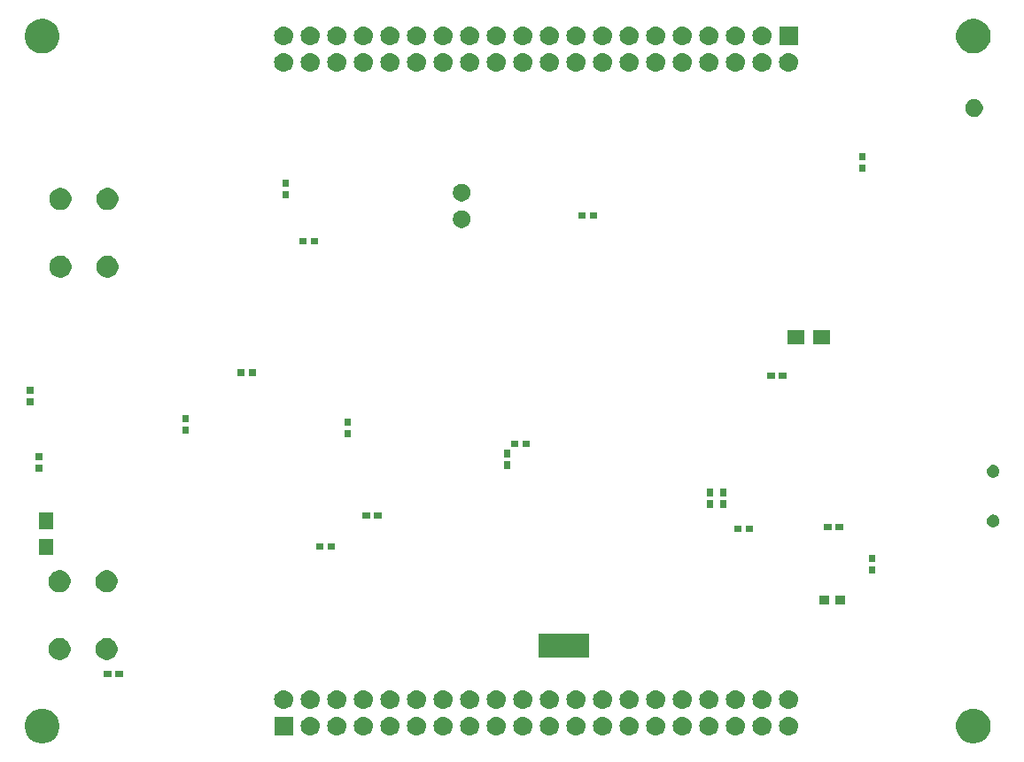
<source format=gbs>
G04 #@! TF.GenerationSoftware,KiCad,Pcbnew,(5.1.2)-1*
G04 #@! TF.CreationDate,2020-06-11T18:45:19+09:00*
G04 #@! TF.ProjectId,o2_breakout,6f325f62-7265-4616-9b6f-75742e6b6963,rev?*
G04 #@! TF.SameCoordinates,Original*
G04 #@! TF.FileFunction,Soldermask,Bot*
G04 #@! TF.FilePolarity,Negative*
%FSLAX46Y46*%
G04 Gerber Fmt 4.6, Leading zero omitted, Abs format (unit mm)*
G04 Created by KiCad (PCBNEW (5.1.2)-1) date 2020-06-11 18:45:19*
%MOMM*%
%LPD*%
G04 APERTURE LIST*
%ADD10C,0.100000*%
G04 APERTURE END LIST*
D10*
G36*
X156232860Y-120484900D02*
G01*
X151406860Y-120484900D01*
X151406860Y-118198900D01*
X156232860Y-118198900D01*
X156232860Y-120484900D01*
G37*
G36*
X193375256Y-125391298D02*
G01*
X193481579Y-125412447D01*
X193782042Y-125536903D01*
X194052451Y-125717585D01*
X194282415Y-125947549D01*
X194463097Y-126217958D01*
X194587553Y-126518421D01*
X194651000Y-126837391D01*
X194651000Y-127162609D01*
X194587553Y-127481579D01*
X194463097Y-127782042D01*
X194282415Y-128052451D01*
X194052451Y-128282415D01*
X193782042Y-128463097D01*
X193481579Y-128587553D01*
X193375256Y-128608702D01*
X193162611Y-128651000D01*
X192837389Y-128651000D01*
X192624744Y-128608702D01*
X192518421Y-128587553D01*
X192217958Y-128463097D01*
X191947549Y-128282415D01*
X191717585Y-128052451D01*
X191536903Y-127782042D01*
X191412447Y-127481579D01*
X191349000Y-127162609D01*
X191349000Y-126837391D01*
X191412447Y-126518421D01*
X191536903Y-126217958D01*
X191717585Y-125947549D01*
X191947549Y-125717585D01*
X192217958Y-125536903D01*
X192518421Y-125412447D01*
X192624744Y-125391298D01*
X192837389Y-125349000D01*
X193162611Y-125349000D01*
X193375256Y-125391298D01*
X193375256Y-125391298D01*
G37*
G36*
X104375256Y-125391298D02*
G01*
X104481579Y-125412447D01*
X104782042Y-125536903D01*
X105052451Y-125717585D01*
X105282415Y-125947549D01*
X105463097Y-126217958D01*
X105587553Y-126518421D01*
X105651000Y-126837391D01*
X105651000Y-127162609D01*
X105587553Y-127481579D01*
X105463097Y-127782042D01*
X105282415Y-128052451D01*
X105052451Y-128282415D01*
X104782042Y-128463097D01*
X104481579Y-128587553D01*
X104375256Y-128608702D01*
X104162611Y-128651000D01*
X103837389Y-128651000D01*
X103624744Y-128608702D01*
X103518421Y-128587553D01*
X103217958Y-128463097D01*
X102947549Y-128282415D01*
X102717585Y-128052451D01*
X102536903Y-127782042D01*
X102412447Y-127481579D01*
X102349000Y-127162609D01*
X102349000Y-126837391D01*
X102412447Y-126518421D01*
X102536903Y-126217958D01*
X102717585Y-125947549D01*
X102947549Y-125717585D01*
X103217958Y-125536903D01*
X103518421Y-125412447D01*
X103624744Y-125391298D01*
X103837389Y-125349000D01*
X104162611Y-125349000D01*
X104375256Y-125391298D01*
X104375256Y-125391298D01*
G37*
G36*
X127977200Y-127901000D02*
G01*
X126175200Y-127901000D01*
X126175200Y-126099000D01*
X127977200Y-126099000D01*
X127977200Y-127901000D01*
X127977200Y-127901000D01*
G37*
G36*
X155126643Y-126105519D02*
G01*
X155192827Y-126112037D01*
X155362666Y-126163557D01*
X155519191Y-126247222D01*
X155554929Y-126276552D01*
X155656386Y-126359814D01*
X155739648Y-126461271D01*
X155768978Y-126497009D01*
X155852643Y-126653534D01*
X155904163Y-126823373D01*
X155921559Y-127000000D01*
X155904163Y-127176627D01*
X155852643Y-127346466D01*
X155768978Y-127502991D01*
X155739648Y-127538729D01*
X155656386Y-127640186D01*
X155554929Y-127723448D01*
X155519191Y-127752778D01*
X155362666Y-127836443D01*
X155192827Y-127887963D01*
X155126642Y-127894482D01*
X155060460Y-127901000D01*
X154971940Y-127901000D01*
X154905758Y-127894482D01*
X154839573Y-127887963D01*
X154669734Y-127836443D01*
X154513209Y-127752778D01*
X154477471Y-127723448D01*
X154376014Y-127640186D01*
X154292752Y-127538729D01*
X154263422Y-127502991D01*
X154179757Y-127346466D01*
X154128237Y-127176627D01*
X154110841Y-127000000D01*
X154128237Y-126823373D01*
X154179757Y-126653534D01*
X154263422Y-126497009D01*
X154292752Y-126461271D01*
X154376014Y-126359814D01*
X154477471Y-126276552D01*
X154513209Y-126247222D01*
X154669734Y-126163557D01*
X154839573Y-126112037D01*
X154905757Y-126105519D01*
X154971940Y-126099000D01*
X155060460Y-126099000D01*
X155126643Y-126105519D01*
X155126643Y-126105519D01*
G37*
G36*
X132266643Y-126105519D02*
G01*
X132332827Y-126112037D01*
X132502666Y-126163557D01*
X132659191Y-126247222D01*
X132694929Y-126276552D01*
X132796386Y-126359814D01*
X132879648Y-126461271D01*
X132908978Y-126497009D01*
X132992643Y-126653534D01*
X133044163Y-126823373D01*
X133061559Y-127000000D01*
X133044163Y-127176627D01*
X132992643Y-127346466D01*
X132908978Y-127502991D01*
X132879648Y-127538729D01*
X132796386Y-127640186D01*
X132694929Y-127723448D01*
X132659191Y-127752778D01*
X132502666Y-127836443D01*
X132332827Y-127887963D01*
X132266642Y-127894482D01*
X132200460Y-127901000D01*
X132111940Y-127901000D01*
X132045758Y-127894482D01*
X131979573Y-127887963D01*
X131809734Y-127836443D01*
X131653209Y-127752778D01*
X131617471Y-127723448D01*
X131516014Y-127640186D01*
X131432752Y-127538729D01*
X131403422Y-127502991D01*
X131319757Y-127346466D01*
X131268237Y-127176627D01*
X131250841Y-127000000D01*
X131268237Y-126823373D01*
X131319757Y-126653534D01*
X131403422Y-126497009D01*
X131432752Y-126461271D01*
X131516014Y-126359814D01*
X131617471Y-126276552D01*
X131653209Y-126247222D01*
X131809734Y-126163557D01*
X131979573Y-126112037D01*
X132045757Y-126105519D01*
X132111940Y-126099000D01*
X132200460Y-126099000D01*
X132266643Y-126105519D01*
X132266643Y-126105519D01*
G37*
G36*
X134806643Y-126105519D02*
G01*
X134872827Y-126112037D01*
X135042666Y-126163557D01*
X135199191Y-126247222D01*
X135234929Y-126276552D01*
X135336386Y-126359814D01*
X135419648Y-126461271D01*
X135448978Y-126497009D01*
X135532643Y-126653534D01*
X135584163Y-126823373D01*
X135601559Y-127000000D01*
X135584163Y-127176627D01*
X135532643Y-127346466D01*
X135448978Y-127502991D01*
X135419648Y-127538729D01*
X135336386Y-127640186D01*
X135234929Y-127723448D01*
X135199191Y-127752778D01*
X135042666Y-127836443D01*
X134872827Y-127887963D01*
X134806642Y-127894482D01*
X134740460Y-127901000D01*
X134651940Y-127901000D01*
X134585758Y-127894482D01*
X134519573Y-127887963D01*
X134349734Y-127836443D01*
X134193209Y-127752778D01*
X134157471Y-127723448D01*
X134056014Y-127640186D01*
X133972752Y-127538729D01*
X133943422Y-127502991D01*
X133859757Y-127346466D01*
X133808237Y-127176627D01*
X133790841Y-127000000D01*
X133808237Y-126823373D01*
X133859757Y-126653534D01*
X133943422Y-126497009D01*
X133972752Y-126461271D01*
X134056014Y-126359814D01*
X134157471Y-126276552D01*
X134193209Y-126247222D01*
X134349734Y-126163557D01*
X134519573Y-126112037D01*
X134585757Y-126105519D01*
X134651940Y-126099000D01*
X134740460Y-126099000D01*
X134806643Y-126105519D01*
X134806643Y-126105519D01*
G37*
G36*
X137346643Y-126105519D02*
G01*
X137412827Y-126112037D01*
X137582666Y-126163557D01*
X137739191Y-126247222D01*
X137774929Y-126276552D01*
X137876386Y-126359814D01*
X137959648Y-126461271D01*
X137988978Y-126497009D01*
X138072643Y-126653534D01*
X138124163Y-126823373D01*
X138141559Y-127000000D01*
X138124163Y-127176627D01*
X138072643Y-127346466D01*
X137988978Y-127502991D01*
X137959648Y-127538729D01*
X137876386Y-127640186D01*
X137774929Y-127723448D01*
X137739191Y-127752778D01*
X137582666Y-127836443D01*
X137412827Y-127887963D01*
X137346642Y-127894482D01*
X137280460Y-127901000D01*
X137191940Y-127901000D01*
X137125758Y-127894482D01*
X137059573Y-127887963D01*
X136889734Y-127836443D01*
X136733209Y-127752778D01*
X136697471Y-127723448D01*
X136596014Y-127640186D01*
X136512752Y-127538729D01*
X136483422Y-127502991D01*
X136399757Y-127346466D01*
X136348237Y-127176627D01*
X136330841Y-127000000D01*
X136348237Y-126823373D01*
X136399757Y-126653534D01*
X136483422Y-126497009D01*
X136512752Y-126461271D01*
X136596014Y-126359814D01*
X136697471Y-126276552D01*
X136733209Y-126247222D01*
X136889734Y-126163557D01*
X137059573Y-126112037D01*
X137125757Y-126105519D01*
X137191940Y-126099000D01*
X137280460Y-126099000D01*
X137346643Y-126105519D01*
X137346643Y-126105519D01*
G37*
G36*
X139886643Y-126105519D02*
G01*
X139952827Y-126112037D01*
X140122666Y-126163557D01*
X140279191Y-126247222D01*
X140314929Y-126276552D01*
X140416386Y-126359814D01*
X140499648Y-126461271D01*
X140528978Y-126497009D01*
X140612643Y-126653534D01*
X140664163Y-126823373D01*
X140681559Y-127000000D01*
X140664163Y-127176627D01*
X140612643Y-127346466D01*
X140528978Y-127502991D01*
X140499648Y-127538729D01*
X140416386Y-127640186D01*
X140314929Y-127723448D01*
X140279191Y-127752778D01*
X140122666Y-127836443D01*
X139952827Y-127887963D01*
X139886642Y-127894482D01*
X139820460Y-127901000D01*
X139731940Y-127901000D01*
X139665758Y-127894482D01*
X139599573Y-127887963D01*
X139429734Y-127836443D01*
X139273209Y-127752778D01*
X139237471Y-127723448D01*
X139136014Y-127640186D01*
X139052752Y-127538729D01*
X139023422Y-127502991D01*
X138939757Y-127346466D01*
X138888237Y-127176627D01*
X138870841Y-127000000D01*
X138888237Y-126823373D01*
X138939757Y-126653534D01*
X139023422Y-126497009D01*
X139052752Y-126461271D01*
X139136014Y-126359814D01*
X139237471Y-126276552D01*
X139273209Y-126247222D01*
X139429734Y-126163557D01*
X139599573Y-126112037D01*
X139665757Y-126105519D01*
X139731940Y-126099000D01*
X139820460Y-126099000D01*
X139886643Y-126105519D01*
X139886643Y-126105519D01*
G37*
G36*
X142426643Y-126105519D02*
G01*
X142492827Y-126112037D01*
X142662666Y-126163557D01*
X142819191Y-126247222D01*
X142854929Y-126276552D01*
X142956386Y-126359814D01*
X143039648Y-126461271D01*
X143068978Y-126497009D01*
X143152643Y-126653534D01*
X143204163Y-126823373D01*
X143221559Y-127000000D01*
X143204163Y-127176627D01*
X143152643Y-127346466D01*
X143068978Y-127502991D01*
X143039648Y-127538729D01*
X142956386Y-127640186D01*
X142854929Y-127723448D01*
X142819191Y-127752778D01*
X142662666Y-127836443D01*
X142492827Y-127887963D01*
X142426642Y-127894482D01*
X142360460Y-127901000D01*
X142271940Y-127901000D01*
X142205758Y-127894482D01*
X142139573Y-127887963D01*
X141969734Y-127836443D01*
X141813209Y-127752778D01*
X141777471Y-127723448D01*
X141676014Y-127640186D01*
X141592752Y-127538729D01*
X141563422Y-127502991D01*
X141479757Y-127346466D01*
X141428237Y-127176627D01*
X141410841Y-127000000D01*
X141428237Y-126823373D01*
X141479757Y-126653534D01*
X141563422Y-126497009D01*
X141592752Y-126461271D01*
X141676014Y-126359814D01*
X141777471Y-126276552D01*
X141813209Y-126247222D01*
X141969734Y-126163557D01*
X142139573Y-126112037D01*
X142205757Y-126105519D01*
X142271940Y-126099000D01*
X142360460Y-126099000D01*
X142426643Y-126105519D01*
X142426643Y-126105519D01*
G37*
G36*
X144966643Y-126105519D02*
G01*
X145032827Y-126112037D01*
X145202666Y-126163557D01*
X145359191Y-126247222D01*
X145394929Y-126276552D01*
X145496386Y-126359814D01*
X145579648Y-126461271D01*
X145608978Y-126497009D01*
X145692643Y-126653534D01*
X145744163Y-126823373D01*
X145761559Y-127000000D01*
X145744163Y-127176627D01*
X145692643Y-127346466D01*
X145608978Y-127502991D01*
X145579648Y-127538729D01*
X145496386Y-127640186D01*
X145394929Y-127723448D01*
X145359191Y-127752778D01*
X145202666Y-127836443D01*
X145032827Y-127887963D01*
X144966642Y-127894482D01*
X144900460Y-127901000D01*
X144811940Y-127901000D01*
X144745758Y-127894482D01*
X144679573Y-127887963D01*
X144509734Y-127836443D01*
X144353209Y-127752778D01*
X144317471Y-127723448D01*
X144216014Y-127640186D01*
X144132752Y-127538729D01*
X144103422Y-127502991D01*
X144019757Y-127346466D01*
X143968237Y-127176627D01*
X143950841Y-127000000D01*
X143968237Y-126823373D01*
X144019757Y-126653534D01*
X144103422Y-126497009D01*
X144132752Y-126461271D01*
X144216014Y-126359814D01*
X144317471Y-126276552D01*
X144353209Y-126247222D01*
X144509734Y-126163557D01*
X144679573Y-126112037D01*
X144745757Y-126105519D01*
X144811940Y-126099000D01*
X144900460Y-126099000D01*
X144966643Y-126105519D01*
X144966643Y-126105519D01*
G37*
G36*
X147506643Y-126105519D02*
G01*
X147572827Y-126112037D01*
X147742666Y-126163557D01*
X147899191Y-126247222D01*
X147934929Y-126276552D01*
X148036386Y-126359814D01*
X148119648Y-126461271D01*
X148148978Y-126497009D01*
X148232643Y-126653534D01*
X148284163Y-126823373D01*
X148301559Y-127000000D01*
X148284163Y-127176627D01*
X148232643Y-127346466D01*
X148148978Y-127502991D01*
X148119648Y-127538729D01*
X148036386Y-127640186D01*
X147934929Y-127723448D01*
X147899191Y-127752778D01*
X147742666Y-127836443D01*
X147572827Y-127887963D01*
X147506642Y-127894482D01*
X147440460Y-127901000D01*
X147351940Y-127901000D01*
X147285758Y-127894482D01*
X147219573Y-127887963D01*
X147049734Y-127836443D01*
X146893209Y-127752778D01*
X146857471Y-127723448D01*
X146756014Y-127640186D01*
X146672752Y-127538729D01*
X146643422Y-127502991D01*
X146559757Y-127346466D01*
X146508237Y-127176627D01*
X146490841Y-127000000D01*
X146508237Y-126823373D01*
X146559757Y-126653534D01*
X146643422Y-126497009D01*
X146672752Y-126461271D01*
X146756014Y-126359814D01*
X146857471Y-126276552D01*
X146893209Y-126247222D01*
X147049734Y-126163557D01*
X147219573Y-126112037D01*
X147285757Y-126105519D01*
X147351940Y-126099000D01*
X147440460Y-126099000D01*
X147506643Y-126105519D01*
X147506643Y-126105519D01*
G37*
G36*
X150046643Y-126105519D02*
G01*
X150112827Y-126112037D01*
X150282666Y-126163557D01*
X150439191Y-126247222D01*
X150474929Y-126276552D01*
X150576386Y-126359814D01*
X150659648Y-126461271D01*
X150688978Y-126497009D01*
X150772643Y-126653534D01*
X150824163Y-126823373D01*
X150841559Y-127000000D01*
X150824163Y-127176627D01*
X150772643Y-127346466D01*
X150688978Y-127502991D01*
X150659648Y-127538729D01*
X150576386Y-127640186D01*
X150474929Y-127723448D01*
X150439191Y-127752778D01*
X150282666Y-127836443D01*
X150112827Y-127887963D01*
X150046642Y-127894482D01*
X149980460Y-127901000D01*
X149891940Y-127901000D01*
X149825758Y-127894482D01*
X149759573Y-127887963D01*
X149589734Y-127836443D01*
X149433209Y-127752778D01*
X149397471Y-127723448D01*
X149296014Y-127640186D01*
X149212752Y-127538729D01*
X149183422Y-127502991D01*
X149099757Y-127346466D01*
X149048237Y-127176627D01*
X149030841Y-127000000D01*
X149048237Y-126823373D01*
X149099757Y-126653534D01*
X149183422Y-126497009D01*
X149212752Y-126461271D01*
X149296014Y-126359814D01*
X149397471Y-126276552D01*
X149433209Y-126247222D01*
X149589734Y-126163557D01*
X149759573Y-126112037D01*
X149825757Y-126105519D01*
X149891940Y-126099000D01*
X149980460Y-126099000D01*
X150046643Y-126105519D01*
X150046643Y-126105519D01*
G37*
G36*
X152586643Y-126105519D02*
G01*
X152652827Y-126112037D01*
X152822666Y-126163557D01*
X152979191Y-126247222D01*
X153014929Y-126276552D01*
X153116386Y-126359814D01*
X153199648Y-126461271D01*
X153228978Y-126497009D01*
X153312643Y-126653534D01*
X153364163Y-126823373D01*
X153381559Y-127000000D01*
X153364163Y-127176627D01*
X153312643Y-127346466D01*
X153228978Y-127502991D01*
X153199648Y-127538729D01*
X153116386Y-127640186D01*
X153014929Y-127723448D01*
X152979191Y-127752778D01*
X152822666Y-127836443D01*
X152652827Y-127887963D01*
X152586642Y-127894482D01*
X152520460Y-127901000D01*
X152431940Y-127901000D01*
X152365758Y-127894482D01*
X152299573Y-127887963D01*
X152129734Y-127836443D01*
X151973209Y-127752778D01*
X151937471Y-127723448D01*
X151836014Y-127640186D01*
X151752752Y-127538729D01*
X151723422Y-127502991D01*
X151639757Y-127346466D01*
X151588237Y-127176627D01*
X151570841Y-127000000D01*
X151588237Y-126823373D01*
X151639757Y-126653534D01*
X151723422Y-126497009D01*
X151752752Y-126461271D01*
X151836014Y-126359814D01*
X151937471Y-126276552D01*
X151973209Y-126247222D01*
X152129734Y-126163557D01*
X152299573Y-126112037D01*
X152365757Y-126105519D01*
X152431940Y-126099000D01*
X152520460Y-126099000D01*
X152586643Y-126105519D01*
X152586643Y-126105519D01*
G37*
G36*
X157666643Y-126105519D02*
G01*
X157732827Y-126112037D01*
X157902666Y-126163557D01*
X158059191Y-126247222D01*
X158094929Y-126276552D01*
X158196386Y-126359814D01*
X158279648Y-126461271D01*
X158308978Y-126497009D01*
X158392643Y-126653534D01*
X158444163Y-126823373D01*
X158461559Y-127000000D01*
X158444163Y-127176627D01*
X158392643Y-127346466D01*
X158308978Y-127502991D01*
X158279648Y-127538729D01*
X158196386Y-127640186D01*
X158094929Y-127723448D01*
X158059191Y-127752778D01*
X157902666Y-127836443D01*
X157732827Y-127887963D01*
X157666642Y-127894482D01*
X157600460Y-127901000D01*
X157511940Y-127901000D01*
X157445758Y-127894482D01*
X157379573Y-127887963D01*
X157209734Y-127836443D01*
X157053209Y-127752778D01*
X157017471Y-127723448D01*
X156916014Y-127640186D01*
X156832752Y-127538729D01*
X156803422Y-127502991D01*
X156719757Y-127346466D01*
X156668237Y-127176627D01*
X156650841Y-127000000D01*
X156668237Y-126823373D01*
X156719757Y-126653534D01*
X156803422Y-126497009D01*
X156832752Y-126461271D01*
X156916014Y-126359814D01*
X157017471Y-126276552D01*
X157053209Y-126247222D01*
X157209734Y-126163557D01*
X157379573Y-126112037D01*
X157445757Y-126105519D01*
X157511940Y-126099000D01*
X157600460Y-126099000D01*
X157666643Y-126105519D01*
X157666643Y-126105519D01*
G37*
G36*
X160206643Y-126105519D02*
G01*
X160272827Y-126112037D01*
X160442666Y-126163557D01*
X160599191Y-126247222D01*
X160634929Y-126276552D01*
X160736386Y-126359814D01*
X160819648Y-126461271D01*
X160848978Y-126497009D01*
X160932643Y-126653534D01*
X160984163Y-126823373D01*
X161001559Y-127000000D01*
X160984163Y-127176627D01*
X160932643Y-127346466D01*
X160848978Y-127502991D01*
X160819648Y-127538729D01*
X160736386Y-127640186D01*
X160634929Y-127723448D01*
X160599191Y-127752778D01*
X160442666Y-127836443D01*
X160272827Y-127887963D01*
X160206642Y-127894482D01*
X160140460Y-127901000D01*
X160051940Y-127901000D01*
X159985758Y-127894482D01*
X159919573Y-127887963D01*
X159749734Y-127836443D01*
X159593209Y-127752778D01*
X159557471Y-127723448D01*
X159456014Y-127640186D01*
X159372752Y-127538729D01*
X159343422Y-127502991D01*
X159259757Y-127346466D01*
X159208237Y-127176627D01*
X159190841Y-127000000D01*
X159208237Y-126823373D01*
X159259757Y-126653534D01*
X159343422Y-126497009D01*
X159372752Y-126461271D01*
X159456014Y-126359814D01*
X159557471Y-126276552D01*
X159593209Y-126247222D01*
X159749734Y-126163557D01*
X159919573Y-126112037D01*
X159985757Y-126105519D01*
X160051940Y-126099000D01*
X160140460Y-126099000D01*
X160206643Y-126105519D01*
X160206643Y-126105519D01*
G37*
G36*
X162746643Y-126105519D02*
G01*
X162812827Y-126112037D01*
X162982666Y-126163557D01*
X163139191Y-126247222D01*
X163174929Y-126276552D01*
X163276386Y-126359814D01*
X163359648Y-126461271D01*
X163388978Y-126497009D01*
X163472643Y-126653534D01*
X163524163Y-126823373D01*
X163541559Y-127000000D01*
X163524163Y-127176627D01*
X163472643Y-127346466D01*
X163388978Y-127502991D01*
X163359648Y-127538729D01*
X163276386Y-127640186D01*
X163174929Y-127723448D01*
X163139191Y-127752778D01*
X162982666Y-127836443D01*
X162812827Y-127887963D01*
X162746642Y-127894482D01*
X162680460Y-127901000D01*
X162591940Y-127901000D01*
X162525758Y-127894482D01*
X162459573Y-127887963D01*
X162289734Y-127836443D01*
X162133209Y-127752778D01*
X162097471Y-127723448D01*
X161996014Y-127640186D01*
X161912752Y-127538729D01*
X161883422Y-127502991D01*
X161799757Y-127346466D01*
X161748237Y-127176627D01*
X161730841Y-127000000D01*
X161748237Y-126823373D01*
X161799757Y-126653534D01*
X161883422Y-126497009D01*
X161912752Y-126461271D01*
X161996014Y-126359814D01*
X162097471Y-126276552D01*
X162133209Y-126247222D01*
X162289734Y-126163557D01*
X162459573Y-126112037D01*
X162525757Y-126105519D01*
X162591940Y-126099000D01*
X162680460Y-126099000D01*
X162746643Y-126105519D01*
X162746643Y-126105519D01*
G37*
G36*
X165286643Y-126105519D02*
G01*
X165352827Y-126112037D01*
X165522666Y-126163557D01*
X165679191Y-126247222D01*
X165714929Y-126276552D01*
X165816386Y-126359814D01*
X165899648Y-126461271D01*
X165928978Y-126497009D01*
X166012643Y-126653534D01*
X166064163Y-126823373D01*
X166081559Y-127000000D01*
X166064163Y-127176627D01*
X166012643Y-127346466D01*
X165928978Y-127502991D01*
X165899648Y-127538729D01*
X165816386Y-127640186D01*
X165714929Y-127723448D01*
X165679191Y-127752778D01*
X165522666Y-127836443D01*
X165352827Y-127887963D01*
X165286642Y-127894482D01*
X165220460Y-127901000D01*
X165131940Y-127901000D01*
X165065758Y-127894482D01*
X164999573Y-127887963D01*
X164829734Y-127836443D01*
X164673209Y-127752778D01*
X164637471Y-127723448D01*
X164536014Y-127640186D01*
X164452752Y-127538729D01*
X164423422Y-127502991D01*
X164339757Y-127346466D01*
X164288237Y-127176627D01*
X164270841Y-127000000D01*
X164288237Y-126823373D01*
X164339757Y-126653534D01*
X164423422Y-126497009D01*
X164452752Y-126461271D01*
X164536014Y-126359814D01*
X164637471Y-126276552D01*
X164673209Y-126247222D01*
X164829734Y-126163557D01*
X164999573Y-126112037D01*
X165065757Y-126105519D01*
X165131940Y-126099000D01*
X165220460Y-126099000D01*
X165286643Y-126105519D01*
X165286643Y-126105519D01*
G37*
G36*
X167826643Y-126105519D02*
G01*
X167892827Y-126112037D01*
X168062666Y-126163557D01*
X168219191Y-126247222D01*
X168254929Y-126276552D01*
X168356386Y-126359814D01*
X168439648Y-126461271D01*
X168468978Y-126497009D01*
X168552643Y-126653534D01*
X168604163Y-126823373D01*
X168621559Y-127000000D01*
X168604163Y-127176627D01*
X168552643Y-127346466D01*
X168468978Y-127502991D01*
X168439648Y-127538729D01*
X168356386Y-127640186D01*
X168254929Y-127723448D01*
X168219191Y-127752778D01*
X168062666Y-127836443D01*
X167892827Y-127887963D01*
X167826642Y-127894482D01*
X167760460Y-127901000D01*
X167671940Y-127901000D01*
X167605758Y-127894482D01*
X167539573Y-127887963D01*
X167369734Y-127836443D01*
X167213209Y-127752778D01*
X167177471Y-127723448D01*
X167076014Y-127640186D01*
X166992752Y-127538729D01*
X166963422Y-127502991D01*
X166879757Y-127346466D01*
X166828237Y-127176627D01*
X166810841Y-127000000D01*
X166828237Y-126823373D01*
X166879757Y-126653534D01*
X166963422Y-126497009D01*
X166992752Y-126461271D01*
X167076014Y-126359814D01*
X167177471Y-126276552D01*
X167213209Y-126247222D01*
X167369734Y-126163557D01*
X167539573Y-126112037D01*
X167605757Y-126105519D01*
X167671940Y-126099000D01*
X167760460Y-126099000D01*
X167826643Y-126105519D01*
X167826643Y-126105519D01*
G37*
G36*
X170366643Y-126105519D02*
G01*
X170432827Y-126112037D01*
X170602666Y-126163557D01*
X170759191Y-126247222D01*
X170794929Y-126276552D01*
X170896386Y-126359814D01*
X170979648Y-126461271D01*
X171008978Y-126497009D01*
X171092643Y-126653534D01*
X171144163Y-126823373D01*
X171161559Y-127000000D01*
X171144163Y-127176627D01*
X171092643Y-127346466D01*
X171008978Y-127502991D01*
X170979648Y-127538729D01*
X170896386Y-127640186D01*
X170794929Y-127723448D01*
X170759191Y-127752778D01*
X170602666Y-127836443D01*
X170432827Y-127887963D01*
X170366642Y-127894482D01*
X170300460Y-127901000D01*
X170211940Y-127901000D01*
X170145758Y-127894482D01*
X170079573Y-127887963D01*
X169909734Y-127836443D01*
X169753209Y-127752778D01*
X169717471Y-127723448D01*
X169616014Y-127640186D01*
X169532752Y-127538729D01*
X169503422Y-127502991D01*
X169419757Y-127346466D01*
X169368237Y-127176627D01*
X169350841Y-127000000D01*
X169368237Y-126823373D01*
X169419757Y-126653534D01*
X169503422Y-126497009D01*
X169532752Y-126461271D01*
X169616014Y-126359814D01*
X169717471Y-126276552D01*
X169753209Y-126247222D01*
X169909734Y-126163557D01*
X170079573Y-126112037D01*
X170145757Y-126105519D01*
X170211940Y-126099000D01*
X170300460Y-126099000D01*
X170366643Y-126105519D01*
X170366643Y-126105519D01*
G37*
G36*
X172906643Y-126105519D02*
G01*
X172972827Y-126112037D01*
X173142666Y-126163557D01*
X173299191Y-126247222D01*
X173334929Y-126276552D01*
X173436386Y-126359814D01*
X173519648Y-126461271D01*
X173548978Y-126497009D01*
X173632643Y-126653534D01*
X173684163Y-126823373D01*
X173701559Y-127000000D01*
X173684163Y-127176627D01*
X173632643Y-127346466D01*
X173548978Y-127502991D01*
X173519648Y-127538729D01*
X173436386Y-127640186D01*
X173334929Y-127723448D01*
X173299191Y-127752778D01*
X173142666Y-127836443D01*
X172972827Y-127887963D01*
X172906642Y-127894482D01*
X172840460Y-127901000D01*
X172751940Y-127901000D01*
X172685758Y-127894482D01*
X172619573Y-127887963D01*
X172449734Y-127836443D01*
X172293209Y-127752778D01*
X172257471Y-127723448D01*
X172156014Y-127640186D01*
X172072752Y-127538729D01*
X172043422Y-127502991D01*
X171959757Y-127346466D01*
X171908237Y-127176627D01*
X171890841Y-127000000D01*
X171908237Y-126823373D01*
X171959757Y-126653534D01*
X172043422Y-126497009D01*
X172072752Y-126461271D01*
X172156014Y-126359814D01*
X172257471Y-126276552D01*
X172293209Y-126247222D01*
X172449734Y-126163557D01*
X172619573Y-126112037D01*
X172685757Y-126105519D01*
X172751940Y-126099000D01*
X172840460Y-126099000D01*
X172906643Y-126105519D01*
X172906643Y-126105519D01*
G37*
G36*
X175446643Y-126105519D02*
G01*
X175512827Y-126112037D01*
X175682666Y-126163557D01*
X175839191Y-126247222D01*
X175874929Y-126276552D01*
X175976386Y-126359814D01*
X176059648Y-126461271D01*
X176088978Y-126497009D01*
X176172643Y-126653534D01*
X176224163Y-126823373D01*
X176241559Y-127000000D01*
X176224163Y-127176627D01*
X176172643Y-127346466D01*
X176088978Y-127502991D01*
X176059648Y-127538729D01*
X175976386Y-127640186D01*
X175874929Y-127723448D01*
X175839191Y-127752778D01*
X175682666Y-127836443D01*
X175512827Y-127887963D01*
X175446642Y-127894482D01*
X175380460Y-127901000D01*
X175291940Y-127901000D01*
X175225758Y-127894482D01*
X175159573Y-127887963D01*
X174989734Y-127836443D01*
X174833209Y-127752778D01*
X174797471Y-127723448D01*
X174696014Y-127640186D01*
X174612752Y-127538729D01*
X174583422Y-127502991D01*
X174499757Y-127346466D01*
X174448237Y-127176627D01*
X174430841Y-127000000D01*
X174448237Y-126823373D01*
X174499757Y-126653534D01*
X174583422Y-126497009D01*
X174612752Y-126461271D01*
X174696014Y-126359814D01*
X174797471Y-126276552D01*
X174833209Y-126247222D01*
X174989734Y-126163557D01*
X175159573Y-126112037D01*
X175225757Y-126105519D01*
X175291940Y-126099000D01*
X175380460Y-126099000D01*
X175446643Y-126105519D01*
X175446643Y-126105519D01*
G37*
G36*
X129726643Y-126105519D02*
G01*
X129792827Y-126112037D01*
X129962666Y-126163557D01*
X130119191Y-126247222D01*
X130154929Y-126276552D01*
X130256386Y-126359814D01*
X130339648Y-126461271D01*
X130368978Y-126497009D01*
X130452643Y-126653534D01*
X130504163Y-126823373D01*
X130521559Y-127000000D01*
X130504163Y-127176627D01*
X130452643Y-127346466D01*
X130368978Y-127502991D01*
X130339648Y-127538729D01*
X130256386Y-127640186D01*
X130154929Y-127723448D01*
X130119191Y-127752778D01*
X129962666Y-127836443D01*
X129792827Y-127887963D01*
X129726642Y-127894482D01*
X129660460Y-127901000D01*
X129571940Y-127901000D01*
X129505758Y-127894482D01*
X129439573Y-127887963D01*
X129269734Y-127836443D01*
X129113209Y-127752778D01*
X129077471Y-127723448D01*
X128976014Y-127640186D01*
X128892752Y-127538729D01*
X128863422Y-127502991D01*
X128779757Y-127346466D01*
X128728237Y-127176627D01*
X128710841Y-127000000D01*
X128728237Y-126823373D01*
X128779757Y-126653534D01*
X128863422Y-126497009D01*
X128892752Y-126461271D01*
X128976014Y-126359814D01*
X129077471Y-126276552D01*
X129113209Y-126247222D01*
X129269734Y-126163557D01*
X129439573Y-126112037D01*
X129505757Y-126105519D01*
X129571940Y-126099000D01*
X129660460Y-126099000D01*
X129726643Y-126105519D01*
X129726643Y-126105519D01*
G37*
G36*
X160206642Y-123565518D02*
G01*
X160272827Y-123572037D01*
X160442666Y-123623557D01*
X160599191Y-123707222D01*
X160634929Y-123736552D01*
X160736386Y-123819814D01*
X160819648Y-123921271D01*
X160848978Y-123957009D01*
X160932643Y-124113534D01*
X160984163Y-124283373D01*
X161001559Y-124460000D01*
X160984163Y-124636627D01*
X160932643Y-124806466D01*
X160848978Y-124962991D01*
X160819648Y-124998729D01*
X160736386Y-125100186D01*
X160634929Y-125183448D01*
X160599191Y-125212778D01*
X160442666Y-125296443D01*
X160272827Y-125347963D01*
X160206642Y-125354482D01*
X160140460Y-125361000D01*
X160051940Y-125361000D01*
X159985758Y-125354482D01*
X159919573Y-125347963D01*
X159749734Y-125296443D01*
X159593209Y-125212778D01*
X159557471Y-125183448D01*
X159456014Y-125100186D01*
X159372752Y-124998729D01*
X159343422Y-124962991D01*
X159259757Y-124806466D01*
X159208237Y-124636627D01*
X159190841Y-124460000D01*
X159208237Y-124283373D01*
X159259757Y-124113534D01*
X159343422Y-123957009D01*
X159372752Y-123921271D01*
X159456014Y-123819814D01*
X159557471Y-123736552D01*
X159593209Y-123707222D01*
X159749734Y-123623557D01*
X159919573Y-123572037D01*
X159985758Y-123565518D01*
X160051940Y-123559000D01*
X160140460Y-123559000D01*
X160206642Y-123565518D01*
X160206642Y-123565518D01*
G37*
G36*
X157666642Y-123565518D02*
G01*
X157732827Y-123572037D01*
X157902666Y-123623557D01*
X158059191Y-123707222D01*
X158094929Y-123736552D01*
X158196386Y-123819814D01*
X158279648Y-123921271D01*
X158308978Y-123957009D01*
X158392643Y-124113534D01*
X158444163Y-124283373D01*
X158461559Y-124460000D01*
X158444163Y-124636627D01*
X158392643Y-124806466D01*
X158308978Y-124962991D01*
X158279648Y-124998729D01*
X158196386Y-125100186D01*
X158094929Y-125183448D01*
X158059191Y-125212778D01*
X157902666Y-125296443D01*
X157732827Y-125347963D01*
X157666642Y-125354482D01*
X157600460Y-125361000D01*
X157511940Y-125361000D01*
X157445758Y-125354482D01*
X157379573Y-125347963D01*
X157209734Y-125296443D01*
X157053209Y-125212778D01*
X157017471Y-125183448D01*
X156916014Y-125100186D01*
X156832752Y-124998729D01*
X156803422Y-124962991D01*
X156719757Y-124806466D01*
X156668237Y-124636627D01*
X156650841Y-124460000D01*
X156668237Y-124283373D01*
X156719757Y-124113534D01*
X156803422Y-123957009D01*
X156832752Y-123921271D01*
X156916014Y-123819814D01*
X157017471Y-123736552D01*
X157053209Y-123707222D01*
X157209734Y-123623557D01*
X157379573Y-123572037D01*
X157445758Y-123565518D01*
X157511940Y-123559000D01*
X157600460Y-123559000D01*
X157666642Y-123565518D01*
X157666642Y-123565518D01*
G37*
G36*
X134806642Y-123565518D02*
G01*
X134872827Y-123572037D01*
X135042666Y-123623557D01*
X135199191Y-123707222D01*
X135234929Y-123736552D01*
X135336386Y-123819814D01*
X135419648Y-123921271D01*
X135448978Y-123957009D01*
X135532643Y-124113534D01*
X135584163Y-124283373D01*
X135601559Y-124460000D01*
X135584163Y-124636627D01*
X135532643Y-124806466D01*
X135448978Y-124962991D01*
X135419648Y-124998729D01*
X135336386Y-125100186D01*
X135234929Y-125183448D01*
X135199191Y-125212778D01*
X135042666Y-125296443D01*
X134872827Y-125347963D01*
X134806642Y-125354482D01*
X134740460Y-125361000D01*
X134651940Y-125361000D01*
X134585758Y-125354482D01*
X134519573Y-125347963D01*
X134349734Y-125296443D01*
X134193209Y-125212778D01*
X134157471Y-125183448D01*
X134056014Y-125100186D01*
X133972752Y-124998729D01*
X133943422Y-124962991D01*
X133859757Y-124806466D01*
X133808237Y-124636627D01*
X133790841Y-124460000D01*
X133808237Y-124283373D01*
X133859757Y-124113534D01*
X133943422Y-123957009D01*
X133972752Y-123921271D01*
X134056014Y-123819814D01*
X134157471Y-123736552D01*
X134193209Y-123707222D01*
X134349734Y-123623557D01*
X134519573Y-123572037D01*
X134585758Y-123565518D01*
X134651940Y-123559000D01*
X134740460Y-123559000D01*
X134806642Y-123565518D01*
X134806642Y-123565518D01*
G37*
G36*
X155126642Y-123565518D02*
G01*
X155192827Y-123572037D01*
X155362666Y-123623557D01*
X155519191Y-123707222D01*
X155554929Y-123736552D01*
X155656386Y-123819814D01*
X155739648Y-123921271D01*
X155768978Y-123957009D01*
X155852643Y-124113534D01*
X155904163Y-124283373D01*
X155921559Y-124460000D01*
X155904163Y-124636627D01*
X155852643Y-124806466D01*
X155768978Y-124962991D01*
X155739648Y-124998729D01*
X155656386Y-125100186D01*
X155554929Y-125183448D01*
X155519191Y-125212778D01*
X155362666Y-125296443D01*
X155192827Y-125347963D01*
X155126642Y-125354482D01*
X155060460Y-125361000D01*
X154971940Y-125361000D01*
X154905758Y-125354482D01*
X154839573Y-125347963D01*
X154669734Y-125296443D01*
X154513209Y-125212778D01*
X154477471Y-125183448D01*
X154376014Y-125100186D01*
X154292752Y-124998729D01*
X154263422Y-124962991D01*
X154179757Y-124806466D01*
X154128237Y-124636627D01*
X154110841Y-124460000D01*
X154128237Y-124283373D01*
X154179757Y-124113534D01*
X154263422Y-123957009D01*
X154292752Y-123921271D01*
X154376014Y-123819814D01*
X154477471Y-123736552D01*
X154513209Y-123707222D01*
X154669734Y-123623557D01*
X154839573Y-123572037D01*
X154905758Y-123565518D01*
X154971940Y-123559000D01*
X155060460Y-123559000D01*
X155126642Y-123565518D01*
X155126642Y-123565518D01*
G37*
G36*
X152586642Y-123565518D02*
G01*
X152652827Y-123572037D01*
X152822666Y-123623557D01*
X152979191Y-123707222D01*
X153014929Y-123736552D01*
X153116386Y-123819814D01*
X153199648Y-123921271D01*
X153228978Y-123957009D01*
X153312643Y-124113534D01*
X153364163Y-124283373D01*
X153381559Y-124460000D01*
X153364163Y-124636627D01*
X153312643Y-124806466D01*
X153228978Y-124962991D01*
X153199648Y-124998729D01*
X153116386Y-125100186D01*
X153014929Y-125183448D01*
X152979191Y-125212778D01*
X152822666Y-125296443D01*
X152652827Y-125347963D01*
X152586642Y-125354482D01*
X152520460Y-125361000D01*
X152431940Y-125361000D01*
X152365758Y-125354482D01*
X152299573Y-125347963D01*
X152129734Y-125296443D01*
X151973209Y-125212778D01*
X151937471Y-125183448D01*
X151836014Y-125100186D01*
X151752752Y-124998729D01*
X151723422Y-124962991D01*
X151639757Y-124806466D01*
X151588237Y-124636627D01*
X151570841Y-124460000D01*
X151588237Y-124283373D01*
X151639757Y-124113534D01*
X151723422Y-123957009D01*
X151752752Y-123921271D01*
X151836014Y-123819814D01*
X151937471Y-123736552D01*
X151973209Y-123707222D01*
X152129734Y-123623557D01*
X152299573Y-123572037D01*
X152365758Y-123565518D01*
X152431940Y-123559000D01*
X152520460Y-123559000D01*
X152586642Y-123565518D01*
X152586642Y-123565518D01*
G37*
G36*
X137346642Y-123565518D02*
G01*
X137412827Y-123572037D01*
X137582666Y-123623557D01*
X137739191Y-123707222D01*
X137774929Y-123736552D01*
X137876386Y-123819814D01*
X137959648Y-123921271D01*
X137988978Y-123957009D01*
X138072643Y-124113534D01*
X138124163Y-124283373D01*
X138141559Y-124460000D01*
X138124163Y-124636627D01*
X138072643Y-124806466D01*
X137988978Y-124962991D01*
X137959648Y-124998729D01*
X137876386Y-125100186D01*
X137774929Y-125183448D01*
X137739191Y-125212778D01*
X137582666Y-125296443D01*
X137412827Y-125347963D01*
X137346642Y-125354482D01*
X137280460Y-125361000D01*
X137191940Y-125361000D01*
X137125758Y-125354482D01*
X137059573Y-125347963D01*
X136889734Y-125296443D01*
X136733209Y-125212778D01*
X136697471Y-125183448D01*
X136596014Y-125100186D01*
X136512752Y-124998729D01*
X136483422Y-124962991D01*
X136399757Y-124806466D01*
X136348237Y-124636627D01*
X136330841Y-124460000D01*
X136348237Y-124283373D01*
X136399757Y-124113534D01*
X136483422Y-123957009D01*
X136512752Y-123921271D01*
X136596014Y-123819814D01*
X136697471Y-123736552D01*
X136733209Y-123707222D01*
X136889734Y-123623557D01*
X137059573Y-123572037D01*
X137125758Y-123565518D01*
X137191940Y-123559000D01*
X137280460Y-123559000D01*
X137346642Y-123565518D01*
X137346642Y-123565518D01*
G37*
G36*
X150046642Y-123565518D02*
G01*
X150112827Y-123572037D01*
X150282666Y-123623557D01*
X150439191Y-123707222D01*
X150474929Y-123736552D01*
X150576386Y-123819814D01*
X150659648Y-123921271D01*
X150688978Y-123957009D01*
X150772643Y-124113534D01*
X150824163Y-124283373D01*
X150841559Y-124460000D01*
X150824163Y-124636627D01*
X150772643Y-124806466D01*
X150688978Y-124962991D01*
X150659648Y-124998729D01*
X150576386Y-125100186D01*
X150474929Y-125183448D01*
X150439191Y-125212778D01*
X150282666Y-125296443D01*
X150112827Y-125347963D01*
X150046642Y-125354482D01*
X149980460Y-125361000D01*
X149891940Y-125361000D01*
X149825758Y-125354482D01*
X149759573Y-125347963D01*
X149589734Y-125296443D01*
X149433209Y-125212778D01*
X149397471Y-125183448D01*
X149296014Y-125100186D01*
X149212752Y-124998729D01*
X149183422Y-124962991D01*
X149099757Y-124806466D01*
X149048237Y-124636627D01*
X149030841Y-124460000D01*
X149048237Y-124283373D01*
X149099757Y-124113534D01*
X149183422Y-123957009D01*
X149212752Y-123921271D01*
X149296014Y-123819814D01*
X149397471Y-123736552D01*
X149433209Y-123707222D01*
X149589734Y-123623557D01*
X149759573Y-123572037D01*
X149825758Y-123565518D01*
X149891940Y-123559000D01*
X149980460Y-123559000D01*
X150046642Y-123565518D01*
X150046642Y-123565518D01*
G37*
G36*
X147506642Y-123565518D02*
G01*
X147572827Y-123572037D01*
X147742666Y-123623557D01*
X147899191Y-123707222D01*
X147934929Y-123736552D01*
X148036386Y-123819814D01*
X148119648Y-123921271D01*
X148148978Y-123957009D01*
X148232643Y-124113534D01*
X148284163Y-124283373D01*
X148301559Y-124460000D01*
X148284163Y-124636627D01*
X148232643Y-124806466D01*
X148148978Y-124962991D01*
X148119648Y-124998729D01*
X148036386Y-125100186D01*
X147934929Y-125183448D01*
X147899191Y-125212778D01*
X147742666Y-125296443D01*
X147572827Y-125347963D01*
X147506642Y-125354482D01*
X147440460Y-125361000D01*
X147351940Y-125361000D01*
X147285758Y-125354482D01*
X147219573Y-125347963D01*
X147049734Y-125296443D01*
X146893209Y-125212778D01*
X146857471Y-125183448D01*
X146756014Y-125100186D01*
X146672752Y-124998729D01*
X146643422Y-124962991D01*
X146559757Y-124806466D01*
X146508237Y-124636627D01*
X146490841Y-124460000D01*
X146508237Y-124283373D01*
X146559757Y-124113534D01*
X146643422Y-123957009D01*
X146672752Y-123921271D01*
X146756014Y-123819814D01*
X146857471Y-123736552D01*
X146893209Y-123707222D01*
X147049734Y-123623557D01*
X147219573Y-123572037D01*
X147285758Y-123565518D01*
X147351940Y-123559000D01*
X147440460Y-123559000D01*
X147506642Y-123565518D01*
X147506642Y-123565518D01*
G37*
G36*
X139886642Y-123565518D02*
G01*
X139952827Y-123572037D01*
X140122666Y-123623557D01*
X140279191Y-123707222D01*
X140314929Y-123736552D01*
X140416386Y-123819814D01*
X140499648Y-123921271D01*
X140528978Y-123957009D01*
X140612643Y-124113534D01*
X140664163Y-124283373D01*
X140681559Y-124460000D01*
X140664163Y-124636627D01*
X140612643Y-124806466D01*
X140528978Y-124962991D01*
X140499648Y-124998729D01*
X140416386Y-125100186D01*
X140314929Y-125183448D01*
X140279191Y-125212778D01*
X140122666Y-125296443D01*
X139952827Y-125347963D01*
X139886642Y-125354482D01*
X139820460Y-125361000D01*
X139731940Y-125361000D01*
X139665758Y-125354482D01*
X139599573Y-125347963D01*
X139429734Y-125296443D01*
X139273209Y-125212778D01*
X139237471Y-125183448D01*
X139136014Y-125100186D01*
X139052752Y-124998729D01*
X139023422Y-124962991D01*
X138939757Y-124806466D01*
X138888237Y-124636627D01*
X138870841Y-124460000D01*
X138888237Y-124283373D01*
X138939757Y-124113534D01*
X139023422Y-123957009D01*
X139052752Y-123921271D01*
X139136014Y-123819814D01*
X139237471Y-123736552D01*
X139273209Y-123707222D01*
X139429734Y-123623557D01*
X139599573Y-123572037D01*
X139665758Y-123565518D01*
X139731940Y-123559000D01*
X139820460Y-123559000D01*
X139886642Y-123565518D01*
X139886642Y-123565518D01*
G37*
G36*
X144966642Y-123565518D02*
G01*
X145032827Y-123572037D01*
X145202666Y-123623557D01*
X145359191Y-123707222D01*
X145394929Y-123736552D01*
X145496386Y-123819814D01*
X145579648Y-123921271D01*
X145608978Y-123957009D01*
X145692643Y-124113534D01*
X145744163Y-124283373D01*
X145761559Y-124460000D01*
X145744163Y-124636627D01*
X145692643Y-124806466D01*
X145608978Y-124962991D01*
X145579648Y-124998729D01*
X145496386Y-125100186D01*
X145394929Y-125183448D01*
X145359191Y-125212778D01*
X145202666Y-125296443D01*
X145032827Y-125347963D01*
X144966642Y-125354482D01*
X144900460Y-125361000D01*
X144811940Y-125361000D01*
X144745758Y-125354482D01*
X144679573Y-125347963D01*
X144509734Y-125296443D01*
X144353209Y-125212778D01*
X144317471Y-125183448D01*
X144216014Y-125100186D01*
X144132752Y-124998729D01*
X144103422Y-124962991D01*
X144019757Y-124806466D01*
X143968237Y-124636627D01*
X143950841Y-124460000D01*
X143968237Y-124283373D01*
X144019757Y-124113534D01*
X144103422Y-123957009D01*
X144132752Y-123921271D01*
X144216014Y-123819814D01*
X144317471Y-123736552D01*
X144353209Y-123707222D01*
X144509734Y-123623557D01*
X144679573Y-123572037D01*
X144745758Y-123565518D01*
X144811940Y-123559000D01*
X144900460Y-123559000D01*
X144966642Y-123565518D01*
X144966642Y-123565518D01*
G37*
G36*
X162746642Y-123565518D02*
G01*
X162812827Y-123572037D01*
X162982666Y-123623557D01*
X163139191Y-123707222D01*
X163174929Y-123736552D01*
X163276386Y-123819814D01*
X163359648Y-123921271D01*
X163388978Y-123957009D01*
X163472643Y-124113534D01*
X163524163Y-124283373D01*
X163541559Y-124460000D01*
X163524163Y-124636627D01*
X163472643Y-124806466D01*
X163388978Y-124962991D01*
X163359648Y-124998729D01*
X163276386Y-125100186D01*
X163174929Y-125183448D01*
X163139191Y-125212778D01*
X162982666Y-125296443D01*
X162812827Y-125347963D01*
X162746642Y-125354482D01*
X162680460Y-125361000D01*
X162591940Y-125361000D01*
X162525758Y-125354482D01*
X162459573Y-125347963D01*
X162289734Y-125296443D01*
X162133209Y-125212778D01*
X162097471Y-125183448D01*
X161996014Y-125100186D01*
X161912752Y-124998729D01*
X161883422Y-124962991D01*
X161799757Y-124806466D01*
X161748237Y-124636627D01*
X161730841Y-124460000D01*
X161748237Y-124283373D01*
X161799757Y-124113534D01*
X161883422Y-123957009D01*
X161912752Y-123921271D01*
X161996014Y-123819814D01*
X162097471Y-123736552D01*
X162133209Y-123707222D01*
X162289734Y-123623557D01*
X162459573Y-123572037D01*
X162525758Y-123565518D01*
X162591940Y-123559000D01*
X162680460Y-123559000D01*
X162746642Y-123565518D01*
X162746642Y-123565518D01*
G37*
G36*
X132266642Y-123565518D02*
G01*
X132332827Y-123572037D01*
X132502666Y-123623557D01*
X132659191Y-123707222D01*
X132694929Y-123736552D01*
X132796386Y-123819814D01*
X132879648Y-123921271D01*
X132908978Y-123957009D01*
X132992643Y-124113534D01*
X133044163Y-124283373D01*
X133061559Y-124460000D01*
X133044163Y-124636627D01*
X132992643Y-124806466D01*
X132908978Y-124962991D01*
X132879648Y-124998729D01*
X132796386Y-125100186D01*
X132694929Y-125183448D01*
X132659191Y-125212778D01*
X132502666Y-125296443D01*
X132332827Y-125347963D01*
X132266642Y-125354482D01*
X132200460Y-125361000D01*
X132111940Y-125361000D01*
X132045758Y-125354482D01*
X131979573Y-125347963D01*
X131809734Y-125296443D01*
X131653209Y-125212778D01*
X131617471Y-125183448D01*
X131516014Y-125100186D01*
X131432752Y-124998729D01*
X131403422Y-124962991D01*
X131319757Y-124806466D01*
X131268237Y-124636627D01*
X131250841Y-124460000D01*
X131268237Y-124283373D01*
X131319757Y-124113534D01*
X131403422Y-123957009D01*
X131432752Y-123921271D01*
X131516014Y-123819814D01*
X131617471Y-123736552D01*
X131653209Y-123707222D01*
X131809734Y-123623557D01*
X131979573Y-123572037D01*
X132045758Y-123565518D01*
X132111940Y-123559000D01*
X132200460Y-123559000D01*
X132266642Y-123565518D01*
X132266642Y-123565518D01*
G37*
G36*
X167826642Y-123565518D02*
G01*
X167892827Y-123572037D01*
X168062666Y-123623557D01*
X168219191Y-123707222D01*
X168254929Y-123736552D01*
X168356386Y-123819814D01*
X168439648Y-123921271D01*
X168468978Y-123957009D01*
X168552643Y-124113534D01*
X168604163Y-124283373D01*
X168621559Y-124460000D01*
X168604163Y-124636627D01*
X168552643Y-124806466D01*
X168468978Y-124962991D01*
X168439648Y-124998729D01*
X168356386Y-125100186D01*
X168254929Y-125183448D01*
X168219191Y-125212778D01*
X168062666Y-125296443D01*
X167892827Y-125347963D01*
X167826642Y-125354482D01*
X167760460Y-125361000D01*
X167671940Y-125361000D01*
X167605758Y-125354482D01*
X167539573Y-125347963D01*
X167369734Y-125296443D01*
X167213209Y-125212778D01*
X167177471Y-125183448D01*
X167076014Y-125100186D01*
X166992752Y-124998729D01*
X166963422Y-124962991D01*
X166879757Y-124806466D01*
X166828237Y-124636627D01*
X166810841Y-124460000D01*
X166828237Y-124283373D01*
X166879757Y-124113534D01*
X166963422Y-123957009D01*
X166992752Y-123921271D01*
X167076014Y-123819814D01*
X167177471Y-123736552D01*
X167213209Y-123707222D01*
X167369734Y-123623557D01*
X167539573Y-123572037D01*
X167605758Y-123565518D01*
X167671940Y-123559000D01*
X167760460Y-123559000D01*
X167826642Y-123565518D01*
X167826642Y-123565518D01*
G37*
G36*
X172906642Y-123565518D02*
G01*
X172972827Y-123572037D01*
X173142666Y-123623557D01*
X173299191Y-123707222D01*
X173334929Y-123736552D01*
X173436386Y-123819814D01*
X173519648Y-123921271D01*
X173548978Y-123957009D01*
X173632643Y-124113534D01*
X173684163Y-124283373D01*
X173701559Y-124460000D01*
X173684163Y-124636627D01*
X173632643Y-124806466D01*
X173548978Y-124962991D01*
X173519648Y-124998729D01*
X173436386Y-125100186D01*
X173334929Y-125183448D01*
X173299191Y-125212778D01*
X173142666Y-125296443D01*
X172972827Y-125347963D01*
X172906642Y-125354482D01*
X172840460Y-125361000D01*
X172751940Y-125361000D01*
X172685758Y-125354482D01*
X172619573Y-125347963D01*
X172449734Y-125296443D01*
X172293209Y-125212778D01*
X172257471Y-125183448D01*
X172156014Y-125100186D01*
X172072752Y-124998729D01*
X172043422Y-124962991D01*
X171959757Y-124806466D01*
X171908237Y-124636627D01*
X171890841Y-124460000D01*
X171908237Y-124283373D01*
X171959757Y-124113534D01*
X172043422Y-123957009D01*
X172072752Y-123921271D01*
X172156014Y-123819814D01*
X172257471Y-123736552D01*
X172293209Y-123707222D01*
X172449734Y-123623557D01*
X172619573Y-123572037D01*
X172685758Y-123565518D01*
X172751940Y-123559000D01*
X172840460Y-123559000D01*
X172906642Y-123565518D01*
X172906642Y-123565518D01*
G37*
G36*
X127186642Y-123565518D02*
G01*
X127252827Y-123572037D01*
X127422666Y-123623557D01*
X127579191Y-123707222D01*
X127614929Y-123736552D01*
X127716386Y-123819814D01*
X127799648Y-123921271D01*
X127828978Y-123957009D01*
X127912643Y-124113534D01*
X127964163Y-124283373D01*
X127981559Y-124460000D01*
X127964163Y-124636627D01*
X127912643Y-124806466D01*
X127828978Y-124962991D01*
X127799648Y-124998729D01*
X127716386Y-125100186D01*
X127614929Y-125183448D01*
X127579191Y-125212778D01*
X127422666Y-125296443D01*
X127252827Y-125347963D01*
X127186642Y-125354482D01*
X127120460Y-125361000D01*
X127031940Y-125361000D01*
X126965758Y-125354482D01*
X126899573Y-125347963D01*
X126729734Y-125296443D01*
X126573209Y-125212778D01*
X126537471Y-125183448D01*
X126436014Y-125100186D01*
X126352752Y-124998729D01*
X126323422Y-124962991D01*
X126239757Y-124806466D01*
X126188237Y-124636627D01*
X126170841Y-124460000D01*
X126188237Y-124283373D01*
X126239757Y-124113534D01*
X126323422Y-123957009D01*
X126352752Y-123921271D01*
X126436014Y-123819814D01*
X126537471Y-123736552D01*
X126573209Y-123707222D01*
X126729734Y-123623557D01*
X126899573Y-123572037D01*
X126965758Y-123565518D01*
X127031940Y-123559000D01*
X127120460Y-123559000D01*
X127186642Y-123565518D01*
X127186642Y-123565518D01*
G37*
G36*
X175446642Y-123565518D02*
G01*
X175512827Y-123572037D01*
X175682666Y-123623557D01*
X175839191Y-123707222D01*
X175874929Y-123736552D01*
X175976386Y-123819814D01*
X176059648Y-123921271D01*
X176088978Y-123957009D01*
X176172643Y-124113534D01*
X176224163Y-124283373D01*
X176241559Y-124460000D01*
X176224163Y-124636627D01*
X176172643Y-124806466D01*
X176088978Y-124962991D01*
X176059648Y-124998729D01*
X175976386Y-125100186D01*
X175874929Y-125183448D01*
X175839191Y-125212778D01*
X175682666Y-125296443D01*
X175512827Y-125347963D01*
X175446642Y-125354482D01*
X175380460Y-125361000D01*
X175291940Y-125361000D01*
X175225758Y-125354482D01*
X175159573Y-125347963D01*
X174989734Y-125296443D01*
X174833209Y-125212778D01*
X174797471Y-125183448D01*
X174696014Y-125100186D01*
X174612752Y-124998729D01*
X174583422Y-124962991D01*
X174499757Y-124806466D01*
X174448237Y-124636627D01*
X174430841Y-124460000D01*
X174448237Y-124283373D01*
X174499757Y-124113534D01*
X174583422Y-123957009D01*
X174612752Y-123921271D01*
X174696014Y-123819814D01*
X174797471Y-123736552D01*
X174833209Y-123707222D01*
X174989734Y-123623557D01*
X175159573Y-123572037D01*
X175225758Y-123565518D01*
X175291940Y-123559000D01*
X175380460Y-123559000D01*
X175446642Y-123565518D01*
X175446642Y-123565518D01*
G37*
G36*
X170366642Y-123565518D02*
G01*
X170432827Y-123572037D01*
X170602666Y-123623557D01*
X170759191Y-123707222D01*
X170794929Y-123736552D01*
X170896386Y-123819814D01*
X170979648Y-123921271D01*
X171008978Y-123957009D01*
X171092643Y-124113534D01*
X171144163Y-124283373D01*
X171161559Y-124460000D01*
X171144163Y-124636627D01*
X171092643Y-124806466D01*
X171008978Y-124962991D01*
X170979648Y-124998729D01*
X170896386Y-125100186D01*
X170794929Y-125183448D01*
X170759191Y-125212778D01*
X170602666Y-125296443D01*
X170432827Y-125347963D01*
X170366642Y-125354482D01*
X170300460Y-125361000D01*
X170211940Y-125361000D01*
X170145758Y-125354482D01*
X170079573Y-125347963D01*
X169909734Y-125296443D01*
X169753209Y-125212778D01*
X169717471Y-125183448D01*
X169616014Y-125100186D01*
X169532752Y-124998729D01*
X169503422Y-124962991D01*
X169419757Y-124806466D01*
X169368237Y-124636627D01*
X169350841Y-124460000D01*
X169368237Y-124283373D01*
X169419757Y-124113534D01*
X169503422Y-123957009D01*
X169532752Y-123921271D01*
X169616014Y-123819814D01*
X169717471Y-123736552D01*
X169753209Y-123707222D01*
X169909734Y-123623557D01*
X170079573Y-123572037D01*
X170145758Y-123565518D01*
X170211940Y-123559000D01*
X170300460Y-123559000D01*
X170366642Y-123565518D01*
X170366642Y-123565518D01*
G37*
G36*
X142426642Y-123565518D02*
G01*
X142492827Y-123572037D01*
X142662666Y-123623557D01*
X142819191Y-123707222D01*
X142854929Y-123736552D01*
X142956386Y-123819814D01*
X143039648Y-123921271D01*
X143068978Y-123957009D01*
X143152643Y-124113534D01*
X143204163Y-124283373D01*
X143221559Y-124460000D01*
X143204163Y-124636627D01*
X143152643Y-124806466D01*
X143068978Y-124962991D01*
X143039648Y-124998729D01*
X142956386Y-125100186D01*
X142854929Y-125183448D01*
X142819191Y-125212778D01*
X142662666Y-125296443D01*
X142492827Y-125347963D01*
X142426642Y-125354482D01*
X142360460Y-125361000D01*
X142271940Y-125361000D01*
X142205758Y-125354482D01*
X142139573Y-125347963D01*
X141969734Y-125296443D01*
X141813209Y-125212778D01*
X141777471Y-125183448D01*
X141676014Y-125100186D01*
X141592752Y-124998729D01*
X141563422Y-124962991D01*
X141479757Y-124806466D01*
X141428237Y-124636627D01*
X141410841Y-124460000D01*
X141428237Y-124283373D01*
X141479757Y-124113534D01*
X141563422Y-123957009D01*
X141592752Y-123921271D01*
X141676014Y-123819814D01*
X141777471Y-123736552D01*
X141813209Y-123707222D01*
X141969734Y-123623557D01*
X142139573Y-123572037D01*
X142205758Y-123565518D01*
X142271940Y-123559000D01*
X142360460Y-123559000D01*
X142426642Y-123565518D01*
X142426642Y-123565518D01*
G37*
G36*
X129726642Y-123565518D02*
G01*
X129792827Y-123572037D01*
X129962666Y-123623557D01*
X130119191Y-123707222D01*
X130154929Y-123736552D01*
X130256386Y-123819814D01*
X130339648Y-123921271D01*
X130368978Y-123957009D01*
X130452643Y-124113534D01*
X130504163Y-124283373D01*
X130521559Y-124460000D01*
X130504163Y-124636627D01*
X130452643Y-124806466D01*
X130368978Y-124962991D01*
X130339648Y-124998729D01*
X130256386Y-125100186D01*
X130154929Y-125183448D01*
X130119191Y-125212778D01*
X129962666Y-125296443D01*
X129792827Y-125347963D01*
X129726642Y-125354482D01*
X129660460Y-125361000D01*
X129571940Y-125361000D01*
X129505758Y-125354482D01*
X129439573Y-125347963D01*
X129269734Y-125296443D01*
X129113209Y-125212778D01*
X129077471Y-125183448D01*
X128976014Y-125100186D01*
X128892752Y-124998729D01*
X128863422Y-124962991D01*
X128779757Y-124806466D01*
X128728237Y-124636627D01*
X128710841Y-124460000D01*
X128728237Y-124283373D01*
X128779757Y-124113534D01*
X128863422Y-123957009D01*
X128892752Y-123921271D01*
X128976014Y-123819814D01*
X129077471Y-123736552D01*
X129113209Y-123707222D01*
X129269734Y-123623557D01*
X129439573Y-123572037D01*
X129505758Y-123565518D01*
X129571940Y-123559000D01*
X129660460Y-123559000D01*
X129726642Y-123565518D01*
X129726642Y-123565518D01*
G37*
G36*
X165286642Y-123565518D02*
G01*
X165352827Y-123572037D01*
X165522666Y-123623557D01*
X165679191Y-123707222D01*
X165714929Y-123736552D01*
X165816386Y-123819814D01*
X165899648Y-123921271D01*
X165928978Y-123957009D01*
X166012643Y-124113534D01*
X166064163Y-124283373D01*
X166081559Y-124460000D01*
X166064163Y-124636627D01*
X166012643Y-124806466D01*
X165928978Y-124962991D01*
X165899648Y-124998729D01*
X165816386Y-125100186D01*
X165714929Y-125183448D01*
X165679191Y-125212778D01*
X165522666Y-125296443D01*
X165352827Y-125347963D01*
X165286642Y-125354482D01*
X165220460Y-125361000D01*
X165131940Y-125361000D01*
X165065758Y-125354482D01*
X164999573Y-125347963D01*
X164829734Y-125296443D01*
X164673209Y-125212778D01*
X164637471Y-125183448D01*
X164536014Y-125100186D01*
X164452752Y-124998729D01*
X164423422Y-124962991D01*
X164339757Y-124806466D01*
X164288237Y-124636627D01*
X164270841Y-124460000D01*
X164288237Y-124283373D01*
X164339757Y-124113534D01*
X164423422Y-123957009D01*
X164452752Y-123921271D01*
X164536014Y-123819814D01*
X164637471Y-123736552D01*
X164673209Y-123707222D01*
X164829734Y-123623557D01*
X164999573Y-123572037D01*
X165065758Y-123565518D01*
X165131940Y-123559000D01*
X165220460Y-123559000D01*
X165286642Y-123565518D01*
X165286642Y-123565518D01*
G37*
G36*
X111695800Y-122297200D02*
G01*
X110993800Y-122297200D01*
X110993800Y-121695200D01*
X111695800Y-121695200D01*
X111695800Y-122297200D01*
X111695800Y-122297200D01*
G37*
G36*
X110595800Y-122297200D02*
G01*
X109893800Y-122297200D01*
X109893800Y-121695200D01*
X110595800Y-121695200D01*
X110595800Y-122297200D01*
X110595800Y-122297200D01*
G37*
G36*
X105970564Y-118623389D02*
G01*
X106161833Y-118702615D01*
X106161835Y-118702616D01*
X106333973Y-118817635D01*
X106480365Y-118964027D01*
X106595385Y-119136167D01*
X106674611Y-119327436D01*
X106715000Y-119530484D01*
X106715000Y-119737516D01*
X106674611Y-119940564D01*
X106595385Y-120131833D01*
X106595384Y-120131835D01*
X106480365Y-120303973D01*
X106333973Y-120450365D01*
X106161835Y-120565384D01*
X106161834Y-120565385D01*
X106161833Y-120565385D01*
X105970564Y-120644611D01*
X105767516Y-120685000D01*
X105560484Y-120685000D01*
X105357436Y-120644611D01*
X105166167Y-120565385D01*
X105166166Y-120565385D01*
X105166165Y-120565384D01*
X104994027Y-120450365D01*
X104847635Y-120303973D01*
X104732616Y-120131835D01*
X104732615Y-120131833D01*
X104653389Y-119940564D01*
X104613000Y-119737516D01*
X104613000Y-119530484D01*
X104653389Y-119327436D01*
X104732615Y-119136167D01*
X104847635Y-118964027D01*
X104994027Y-118817635D01*
X105166165Y-118702616D01*
X105166167Y-118702615D01*
X105357436Y-118623389D01*
X105560484Y-118583000D01*
X105767516Y-118583000D01*
X105970564Y-118623389D01*
X105970564Y-118623389D01*
G37*
G36*
X110470564Y-118623389D02*
G01*
X110661833Y-118702615D01*
X110661835Y-118702616D01*
X110833973Y-118817635D01*
X110980365Y-118964027D01*
X111095385Y-119136167D01*
X111174611Y-119327436D01*
X111215000Y-119530484D01*
X111215000Y-119737516D01*
X111174611Y-119940564D01*
X111095385Y-120131833D01*
X111095384Y-120131835D01*
X110980365Y-120303973D01*
X110833973Y-120450365D01*
X110661835Y-120565384D01*
X110661834Y-120565385D01*
X110661833Y-120565385D01*
X110470564Y-120644611D01*
X110267516Y-120685000D01*
X110060484Y-120685000D01*
X109857436Y-120644611D01*
X109666167Y-120565385D01*
X109666166Y-120565385D01*
X109666165Y-120565384D01*
X109494027Y-120450365D01*
X109347635Y-120303973D01*
X109232616Y-120131835D01*
X109232615Y-120131833D01*
X109153389Y-119940564D01*
X109113000Y-119737516D01*
X109113000Y-119530484D01*
X109153389Y-119327436D01*
X109232615Y-119136167D01*
X109347635Y-118964027D01*
X109494027Y-118817635D01*
X109666165Y-118702616D01*
X109666167Y-118702615D01*
X109857436Y-118623389D01*
X110060484Y-118583000D01*
X110267516Y-118583000D01*
X110470564Y-118623389D01*
X110470564Y-118623389D01*
G37*
G36*
X179225100Y-115389200D02*
G01*
X178323100Y-115389200D01*
X178323100Y-114537200D01*
X179225100Y-114537200D01*
X179225100Y-115389200D01*
X179225100Y-115389200D01*
G37*
G36*
X180725100Y-115389200D02*
G01*
X179823100Y-115389200D01*
X179823100Y-114537200D01*
X180725100Y-114537200D01*
X180725100Y-115389200D01*
X180725100Y-115389200D01*
G37*
G36*
X110470564Y-112123389D02*
G01*
X110661833Y-112202615D01*
X110661835Y-112202616D01*
X110833973Y-112317635D01*
X110980365Y-112464027D01*
X111095385Y-112636167D01*
X111174611Y-112827436D01*
X111215000Y-113030484D01*
X111215000Y-113237516D01*
X111174611Y-113440564D01*
X111095385Y-113631833D01*
X111095384Y-113631835D01*
X110980365Y-113803973D01*
X110833973Y-113950365D01*
X110661835Y-114065384D01*
X110661834Y-114065385D01*
X110661833Y-114065385D01*
X110470564Y-114144611D01*
X110267516Y-114185000D01*
X110060484Y-114185000D01*
X109857436Y-114144611D01*
X109666167Y-114065385D01*
X109666166Y-114065385D01*
X109666165Y-114065384D01*
X109494027Y-113950365D01*
X109347635Y-113803973D01*
X109232616Y-113631835D01*
X109232615Y-113631833D01*
X109153389Y-113440564D01*
X109113000Y-113237516D01*
X109113000Y-113030484D01*
X109153389Y-112827436D01*
X109232615Y-112636167D01*
X109347635Y-112464027D01*
X109494027Y-112317635D01*
X109666165Y-112202616D01*
X109666167Y-112202615D01*
X109857436Y-112123389D01*
X110060484Y-112083000D01*
X110267516Y-112083000D01*
X110470564Y-112123389D01*
X110470564Y-112123389D01*
G37*
G36*
X105970564Y-112123389D02*
G01*
X106161833Y-112202615D01*
X106161835Y-112202616D01*
X106333973Y-112317635D01*
X106480365Y-112464027D01*
X106595385Y-112636167D01*
X106674611Y-112827436D01*
X106715000Y-113030484D01*
X106715000Y-113237516D01*
X106674611Y-113440564D01*
X106595385Y-113631833D01*
X106595384Y-113631835D01*
X106480365Y-113803973D01*
X106333973Y-113950365D01*
X106161835Y-114065384D01*
X106161834Y-114065385D01*
X106161833Y-114065385D01*
X105970564Y-114144611D01*
X105767516Y-114185000D01*
X105560484Y-114185000D01*
X105357436Y-114144611D01*
X105166167Y-114065385D01*
X105166166Y-114065385D01*
X105166165Y-114065384D01*
X104994027Y-113950365D01*
X104847635Y-113803973D01*
X104732616Y-113631835D01*
X104732615Y-113631833D01*
X104653389Y-113440564D01*
X104613000Y-113237516D01*
X104613000Y-113030484D01*
X104653389Y-112827436D01*
X104732615Y-112636167D01*
X104847635Y-112464027D01*
X104994027Y-112317635D01*
X105166165Y-112202616D01*
X105166167Y-112202615D01*
X105357436Y-112123389D01*
X105560484Y-112083000D01*
X105767516Y-112083000D01*
X105970564Y-112123389D01*
X105970564Y-112123389D01*
G37*
G36*
X183587400Y-112407000D02*
G01*
X182985400Y-112407000D01*
X182985400Y-111705000D01*
X183587400Y-111705000D01*
X183587400Y-112407000D01*
X183587400Y-112407000D01*
G37*
G36*
X183587400Y-111307000D02*
G01*
X182985400Y-111307000D01*
X182985400Y-110605000D01*
X183587400Y-110605000D01*
X183587400Y-111307000D01*
X183587400Y-111307000D01*
G37*
G36*
X105039520Y-110661400D02*
G01*
X103687520Y-110661400D01*
X103687520Y-109059400D01*
X105039520Y-109059400D01*
X105039520Y-110661400D01*
X105039520Y-110661400D01*
G37*
G36*
X130900560Y-110122980D02*
G01*
X130198560Y-110122980D01*
X130198560Y-109520980D01*
X130900560Y-109520980D01*
X130900560Y-110122980D01*
X130900560Y-110122980D01*
G37*
G36*
X132000560Y-110122980D02*
G01*
X131298560Y-110122980D01*
X131298560Y-109520980D01*
X132000560Y-109520980D01*
X132000560Y-110122980D01*
X132000560Y-110122980D01*
G37*
G36*
X171941500Y-108457000D02*
G01*
X171239500Y-108457000D01*
X171239500Y-107855000D01*
X171941500Y-107855000D01*
X171941500Y-108457000D01*
X171941500Y-108457000D01*
G37*
G36*
X170841500Y-108457000D02*
G01*
X170139500Y-108457000D01*
X170139500Y-107855000D01*
X170841500Y-107855000D01*
X170841500Y-108457000D01*
X170841500Y-108457000D01*
G37*
G36*
X179442500Y-108276400D02*
G01*
X178740500Y-108276400D01*
X178740500Y-107674400D01*
X179442500Y-107674400D01*
X179442500Y-108276400D01*
X179442500Y-108276400D01*
G37*
G36*
X180542500Y-108276400D02*
G01*
X179840500Y-108276400D01*
X179840500Y-107674400D01*
X180542500Y-107674400D01*
X180542500Y-108276400D01*
X180542500Y-108276400D01*
G37*
G36*
X105039520Y-108161400D02*
G01*
X103687520Y-108161400D01*
X103687520Y-106559400D01*
X105039520Y-106559400D01*
X105039520Y-108161400D01*
X105039520Y-108161400D01*
G37*
G36*
X195018101Y-106780197D02*
G01*
X195056805Y-106787896D01*
X195088840Y-106801165D01*
X195166180Y-106833200D01*
X195264615Y-106898973D01*
X195348327Y-106982685D01*
X195414100Y-107081120D01*
X195459404Y-107190496D01*
X195482500Y-107306605D01*
X195482500Y-107424995D01*
X195459404Y-107541104D01*
X195414100Y-107650480D01*
X195348327Y-107748915D01*
X195264615Y-107832627D01*
X195166180Y-107898400D01*
X195088840Y-107930435D01*
X195056805Y-107943704D01*
X195018101Y-107951403D01*
X194940695Y-107966800D01*
X194822305Y-107966800D01*
X194744899Y-107951403D01*
X194706195Y-107943704D01*
X194674160Y-107930435D01*
X194596820Y-107898400D01*
X194498385Y-107832627D01*
X194414673Y-107748915D01*
X194348900Y-107650480D01*
X194303596Y-107541104D01*
X194280500Y-107424995D01*
X194280500Y-107306605D01*
X194303596Y-107190496D01*
X194348900Y-107081120D01*
X194414673Y-106982685D01*
X194498385Y-106898973D01*
X194596820Y-106833200D01*
X194674160Y-106801165D01*
X194706195Y-106787896D01*
X194744899Y-106780197D01*
X194822305Y-106764800D01*
X194940695Y-106764800D01*
X195018101Y-106780197D01*
X195018101Y-106780197D01*
G37*
G36*
X135332300Y-107187000D02*
G01*
X134630300Y-107187000D01*
X134630300Y-106585000D01*
X135332300Y-106585000D01*
X135332300Y-107187000D01*
X135332300Y-107187000D01*
G37*
G36*
X136432300Y-107187000D02*
G01*
X135730300Y-107187000D01*
X135730300Y-106585000D01*
X136432300Y-106585000D01*
X136432300Y-107187000D01*
X136432300Y-107187000D01*
G37*
G36*
X169363400Y-106095100D02*
G01*
X168761400Y-106095100D01*
X168761400Y-105393100D01*
X169363400Y-105393100D01*
X169363400Y-106095100D01*
X169363400Y-106095100D01*
G37*
G36*
X168093400Y-106095100D02*
G01*
X167491400Y-106095100D01*
X167491400Y-105393100D01*
X168093400Y-105393100D01*
X168093400Y-106095100D01*
X168093400Y-106095100D01*
G37*
G36*
X169363400Y-104995100D02*
G01*
X168761400Y-104995100D01*
X168761400Y-104293100D01*
X169363400Y-104293100D01*
X169363400Y-104995100D01*
X169363400Y-104995100D01*
G37*
G36*
X168093400Y-104995100D02*
G01*
X167491400Y-104995100D01*
X167491400Y-104293100D01*
X168093400Y-104293100D01*
X168093400Y-104995100D01*
X168093400Y-104995100D01*
G37*
G36*
X195018101Y-102030397D02*
G01*
X195056805Y-102038096D01*
X195088840Y-102051365D01*
X195166180Y-102083400D01*
X195264615Y-102149173D01*
X195348327Y-102232885D01*
X195414100Y-102331320D01*
X195459404Y-102440696D01*
X195482500Y-102556805D01*
X195482500Y-102675195D01*
X195459404Y-102791304D01*
X195414100Y-102900680D01*
X195348327Y-102999115D01*
X195264615Y-103082827D01*
X195166180Y-103148600D01*
X195088840Y-103180635D01*
X195056805Y-103193904D01*
X195018101Y-103201603D01*
X194940695Y-103217000D01*
X194822305Y-103217000D01*
X194744899Y-103201603D01*
X194706195Y-103193904D01*
X194674160Y-103180635D01*
X194596820Y-103148600D01*
X194498385Y-103082827D01*
X194414673Y-102999115D01*
X194348900Y-102900680D01*
X194303596Y-102791304D01*
X194280500Y-102675195D01*
X194280500Y-102556805D01*
X194303596Y-102440696D01*
X194348900Y-102331320D01*
X194414673Y-102232885D01*
X194498385Y-102149173D01*
X194596820Y-102083400D01*
X194674160Y-102051365D01*
X194706195Y-102038096D01*
X194744899Y-102030397D01*
X194822305Y-102015000D01*
X194940695Y-102015000D01*
X195018101Y-102030397D01*
X195018101Y-102030397D01*
G37*
G36*
X103996500Y-102699120D02*
G01*
X103394500Y-102699120D01*
X103394500Y-101997120D01*
X103996500Y-101997120D01*
X103996500Y-102699120D01*
X103996500Y-102699120D01*
G37*
G36*
X148773600Y-102376800D02*
G01*
X148171600Y-102376800D01*
X148171600Y-101674800D01*
X148773600Y-101674800D01*
X148773600Y-102376800D01*
X148773600Y-102376800D01*
G37*
G36*
X103996500Y-101599120D02*
G01*
X103394500Y-101599120D01*
X103394500Y-100897120D01*
X103996500Y-100897120D01*
X103996500Y-101599120D01*
X103996500Y-101599120D01*
G37*
G36*
X148773600Y-101276800D02*
G01*
X148171600Y-101276800D01*
X148171600Y-100574800D01*
X148773600Y-100574800D01*
X148773600Y-101276800D01*
X148773600Y-101276800D01*
G37*
G36*
X149530900Y-100303600D02*
G01*
X148828900Y-100303600D01*
X148828900Y-99701600D01*
X149530900Y-99701600D01*
X149530900Y-100303600D01*
X149530900Y-100303600D01*
G37*
G36*
X150630900Y-100303600D02*
G01*
X149928900Y-100303600D01*
X149928900Y-99701600D01*
X150630900Y-99701600D01*
X150630900Y-100303600D01*
X150630900Y-100303600D01*
G37*
G36*
X133473200Y-99376800D02*
G01*
X132871200Y-99376800D01*
X132871200Y-98674800D01*
X133473200Y-98674800D01*
X133473200Y-99376800D01*
X133473200Y-99376800D01*
G37*
G36*
X118014200Y-99011300D02*
G01*
X117412200Y-99011300D01*
X117412200Y-98309300D01*
X118014200Y-98309300D01*
X118014200Y-99011300D01*
X118014200Y-99011300D01*
G37*
G36*
X133473200Y-98276800D02*
G01*
X132871200Y-98276800D01*
X132871200Y-97574800D01*
X133473200Y-97574800D01*
X133473200Y-98276800D01*
X133473200Y-98276800D01*
G37*
G36*
X118014200Y-97911300D02*
G01*
X117412200Y-97911300D01*
X117412200Y-97209300D01*
X118014200Y-97209300D01*
X118014200Y-97911300D01*
X118014200Y-97911300D01*
G37*
G36*
X103145600Y-96303400D02*
G01*
X102543600Y-96303400D01*
X102543600Y-95601400D01*
X103145600Y-95601400D01*
X103145600Y-96303400D01*
X103145600Y-96303400D01*
G37*
G36*
X103145600Y-95203400D02*
G01*
X102543600Y-95203400D01*
X102543600Y-94501400D01*
X103145600Y-94501400D01*
X103145600Y-95203400D01*
X103145600Y-95203400D01*
G37*
G36*
X175132300Y-93747600D02*
G01*
X174430300Y-93747600D01*
X174430300Y-93145600D01*
X175132300Y-93145600D01*
X175132300Y-93747600D01*
X175132300Y-93747600D01*
G37*
G36*
X174032300Y-93747600D02*
G01*
X173330300Y-93747600D01*
X173330300Y-93145600D01*
X174032300Y-93145600D01*
X174032300Y-93747600D01*
X174032300Y-93747600D01*
G37*
G36*
X123343500Y-93483700D02*
G01*
X122641500Y-93483700D01*
X122641500Y-92881700D01*
X123343500Y-92881700D01*
X123343500Y-93483700D01*
X123343500Y-93483700D01*
G37*
G36*
X124443500Y-93483700D02*
G01*
X123741500Y-93483700D01*
X123741500Y-92881700D01*
X124443500Y-92881700D01*
X124443500Y-93483700D01*
X124443500Y-93483700D01*
G37*
G36*
X179325220Y-90503100D02*
G01*
X177723220Y-90503100D01*
X177723220Y-89151100D01*
X179325220Y-89151100D01*
X179325220Y-90503100D01*
X179325220Y-90503100D01*
G37*
G36*
X176825220Y-90503100D02*
G01*
X175223220Y-90503100D01*
X175223220Y-89151100D01*
X176825220Y-89151100D01*
X176825220Y-90503100D01*
X176825220Y-90503100D01*
G37*
G36*
X106042564Y-82044989D02*
G01*
X106233833Y-82124215D01*
X106233835Y-82124216D01*
X106405973Y-82239235D01*
X106552365Y-82385627D01*
X106667385Y-82557767D01*
X106746611Y-82749036D01*
X106787000Y-82952084D01*
X106787000Y-83159116D01*
X106746611Y-83362164D01*
X106667385Y-83553433D01*
X106667384Y-83553435D01*
X106552365Y-83725573D01*
X106405973Y-83871965D01*
X106233835Y-83986984D01*
X106233834Y-83986985D01*
X106233833Y-83986985D01*
X106042564Y-84066211D01*
X105839516Y-84106600D01*
X105632484Y-84106600D01*
X105429436Y-84066211D01*
X105238167Y-83986985D01*
X105238166Y-83986985D01*
X105238165Y-83986984D01*
X105066027Y-83871965D01*
X104919635Y-83725573D01*
X104804616Y-83553435D01*
X104804615Y-83553433D01*
X104725389Y-83362164D01*
X104685000Y-83159116D01*
X104685000Y-82952084D01*
X104725389Y-82749036D01*
X104804615Y-82557767D01*
X104919635Y-82385627D01*
X105066027Y-82239235D01*
X105238165Y-82124216D01*
X105238167Y-82124215D01*
X105429436Y-82044989D01*
X105632484Y-82004600D01*
X105839516Y-82004600D01*
X106042564Y-82044989D01*
X106042564Y-82044989D01*
G37*
G36*
X110542564Y-82044989D02*
G01*
X110733833Y-82124215D01*
X110733835Y-82124216D01*
X110905973Y-82239235D01*
X111052365Y-82385627D01*
X111167385Y-82557767D01*
X111246611Y-82749036D01*
X111287000Y-82952084D01*
X111287000Y-83159116D01*
X111246611Y-83362164D01*
X111167385Y-83553433D01*
X111167384Y-83553435D01*
X111052365Y-83725573D01*
X110905973Y-83871965D01*
X110733835Y-83986984D01*
X110733834Y-83986985D01*
X110733833Y-83986985D01*
X110542564Y-84066211D01*
X110339516Y-84106600D01*
X110132484Y-84106600D01*
X109929436Y-84066211D01*
X109738167Y-83986985D01*
X109738166Y-83986985D01*
X109738165Y-83986984D01*
X109566027Y-83871965D01*
X109419635Y-83725573D01*
X109304616Y-83553435D01*
X109304615Y-83553433D01*
X109225389Y-83362164D01*
X109185000Y-83159116D01*
X109185000Y-82952084D01*
X109225389Y-82749036D01*
X109304615Y-82557767D01*
X109419635Y-82385627D01*
X109566027Y-82239235D01*
X109738165Y-82124216D01*
X109738167Y-82124215D01*
X109929436Y-82044989D01*
X110132484Y-82004600D01*
X110339516Y-82004600D01*
X110542564Y-82044989D01*
X110542564Y-82044989D01*
G37*
G36*
X130390200Y-80946000D02*
G01*
X129688200Y-80946000D01*
X129688200Y-80344000D01*
X130390200Y-80344000D01*
X130390200Y-80946000D01*
X130390200Y-80946000D01*
G37*
G36*
X129290200Y-80946000D02*
G01*
X128588200Y-80946000D01*
X128588200Y-80344000D01*
X129290200Y-80344000D01*
X129290200Y-80946000D01*
X129290200Y-80946000D01*
G37*
G36*
X144342428Y-77680403D02*
G01*
X144497300Y-77744553D01*
X144636681Y-77837685D01*
X144755215Y-77956219D01*
X144848347Y-78095600D01*
X144912497Y-78250472D01*
X144945200Y-78414884D01*
X144945200Y-78582516D01*
X144912497Y-78746928D01*
X144848347Y-78901800D01*
X144755215Y-79041181D01*
X144636681Y-79159715D01*
X144497300Y-79252847D01*
X144342428Y-79316997D01*
X144178016Y-79349700D01*
X144010384Y-79349700D01*
X143845972Y-79316997D01*
X143691100Y-79252847D01*
X143551719Y-79159715D01*
X143433185Y-79041181D01*
X143340053Y-78901800D01*
X143275903Y-78746928D01*
X143243200Y-78582516D01*
X143243200Y-78414884D01*
X143275903Y-78250472D01*
X143340053Y-78095600D01*
X143433185Y-77956219D01*
X143551719Y-77837685D01*
X143691100Y-77744553D01*
X143845972Y-77680403D01*
X144010384Y-77647700D01*
X144178016Y-77647700D01*
X144342428Y-77680403D01*
X144342428Y-77680403D01*
G37*
G36*
X157042420Y-78484740D02*
G01*
X156340420Y-78484740D01*
X156340420Y-77882740D01*
X157042420Y-77882740D01*
X157042420Y-78484740D01*
X157042420Y-78484740D01*
G37*
G36*
X155942420Y-78484740D02*
G01*
X155240420Y-78484740D01*
X155240420Y-77882740D01*
X155942420Y-77882740D01*
X155942420Y-78484740D01*
X155942420Y-78484740D01*
G37*
G36*
X110542564Y-75544989D02*
G01*
X110733833Y-75624215D01*
X110733835Y-75624216D01*
X110862925Y-75710471D01*
X110905973Y-75739235D01*
X111052365Y-75885627D01*
X111167385Y-76057767D01*
X111246611Y-76249036D01*
X111287000Y-76452084D01*
X111287000Y-76659116D01*
X111246611Y-76862164D01*
X111167385Y-77053433D01*
X111167384Y-77053435D01*
X111052365Y-77225573D01*
X110905973Y-77371965D01*
X110733835Y-77486984D01*
X110733834Y-77486985D01*
X110733833Y-77486985D01*
X110542564Y-77566211D01*
X110339516Y-77606600D01*
X110132484Y-77606600D01*
X109929436Y-77566211D01*
X109738167Y-77486985D01*
X109738166Y-77486985D01*
X109738165Y-77486984D01*
X109566027Y-77371965D01*
X109419635Y-77225573D01*
X109304616Y-77053435D01*
X109304615Y-77053433D01*
X109225389Y-76862164D01*
X109185000Y-76659116D01*
X109185000Y-76452084D01*
X109225389Y-76249036D01*
X109304615Y-76057767D01*
X109419635Y-75885627D01*
X109566027Y-75739235D01*
X109609075Y-75710471D01*
X109738165Y-75624216D01*
X109738167Y-75624215D01*
X109929436Y-75544989D01*
X110132484Y-75504600D01*
X110339516Y-75504600D01*
X110542564Y-75544989D01*
X110542564Y-75544989D01*
G37*
G36*
X106042564Y-75544989D02*
G01*
X106233833Y-75624215D01*
X106233835Y-75624216D01*
X106362925Y-75710471D01*
X106405973Y-75739235D01*
X106552365Y-75885627D01*
X106667385Y-76057767D01*
X106746611Y-76249036D01*
X106787000Y-76452084D01*
X106787000Y-76659116D01*
X106746611Y-76862164D01*
X106667385Y-77053433D01*
X106667384Y-77053435D01*
X106552365Y-77225573D01*
X106405973Y-77371965D01*
X106233835Y-77486984D01*
X106233834Y-77486985D01*
X106233833Y-77486985D01*
X106042564Y-77566211D01*
X105839516Y-77606600D01*
X105632484Y-77606600D01*
X105429436Y-77566211D01*
X105238167Y-77486985D01*
X105238166Y-77486985D01*
X105238165Y-77486984D01*
X105066027Y-77371965D01*
X104919635Y-77225573D01*
X104804616Y-77053435D01*
X104804615Y-77053433D01*
X104725389Y-76862164D01*
X104685000Y-76659116D01*
X104685000Y-76452084D01*
X104725389Y-76249036D01*
X104804615Y-76057767D01*
X104919635Y-75885627D01*
X105066027Y-75739235D01*
X105109075Y-75710471D01*
X105238165Y-75624216D01*
X105238167Y-75624215D01*
X105429436Y-75544989D01*
X105632484Y-75504600D01*
X105839516Y-75504600D01*
X106042564Y-75544989D01*
X106042564Y-75544989D01*
G37*
G36*
X144342428Y-75140403D02*
G01*
X144497300Y-75204553D01*
X144636681Y-75297685D01*
X144755215Y-75416219D01*
X144848347Y-75555600D01*
X144912497Y-75710472D01*
X144945200Y-75874884D01*
X144945200Y-76042516D01*
X144912497Y-76206928D01*
X144848347Y-76361800D01*
X144755215Y-76501181D01*
X144636681Y-76619715D01*
X144497300Y-76712847D01*
X144342428Y-76776997D01*
X144178016Y-76809700D01*
X144010384Y-76809700D01*
X143845972Y-76776997D01*
X143691100Y-76712847D01*
X143551719Y-76619715D01*
X143433185Y-76501181D01*
X143340053Y-76361800D01*
X143275903Y-76206928D01*
X143243200Y-76042516D01*
X143243200Y-75874884D01*
X143275903Y-75710472D01*
X143340053Y-75555600D01*
X143433185Y-75416219D01*
X143551719Y-75297685D01*
X143691100Y-75204553D01*
X143845972Y-75140403D01*
X144010384Y-75107700D01*
X144178016Y-75107700D01*
X144342428Y-75140403D01*
X144342428Y-75140403D01*
G37*
G36*
X127547380Y-76539660D02*
G01*
X126945380Y-76539660D01*
X126945380Y-75837660D01*
X127547380Y-75837660D01*
X127547380Y-76539660D01*
X127547380Y-76539660D01*
G37*
G36*
X127547380Y-75439660D02*
G01*
X126945380Y-75439660D01*
X126945380Y-74737660D01*
X127547380Y-74737660D01*
X127547380Y-75439660D01*
X127547380Y-75439660D01*
G37*
G36*
X182723800Y-73951400D02*
G01*
X182121800Y-73951400D01*
X182121800Y-73249400D01*
X182723800Y-73249400D01*
X182723800Y-73951400D01*
X182723800Y-73951400D01*
G37*
G36*
X182723800Y-72851400D02*
G01*
X182121800Y-72851400D01*
X182121800Y-72149400D01*
X182723800Y-72149400D01*
X182723800Y-72851400D01*
X182723800Y-72851400D01*
G37*
G36*
X193313628Y-67050503D02*
G01*
X193468500Y-67114653D01*
X193607881Y-67207785D01*
X193726415Y-67326319D01*
X193819547Y-67465700D01*
X193883697Y-67620572D01*
X193916400Y-67784984D01*
X193916400Y-67952616D01*
X193883697Y-68117028D01*
X193819547Y-68271900D01*
X193726415Y-68411281D01*
X193607881Y-68529815D01*
X193468500Y-68622947D01*
X193313628Y-68687097D01*
X193149216Y-68719800D01*
X192981584Y-68719800D01*
X192817172Y-68687097D01*
X192662300Y-68622947D01*
X192522919Y-68529815D01*
X192404385Y-68411281D01*
X192311253Y-68271900D01*
X192247103Y-68117028D01*
X192214400Y-67952616D01*
X192214400Y-67784984D01*
X192247103Y-67620572D01*
X192311253Y-67465700D01*
X192404385Y-67326319D01*
X192522919Y-67207785D01*
X192662300Y-67114653D01*
X192817172Y-67050503D01*
X192981584Y-67017800D01*
X193149216Y-67017800D01*
X193313628Y-67050503D01*
X193313628Y-67050503D01*
G37*
G36*
X127186642Y-62605518D02*
G01*
X127252827Y-62612037D01*
X127422666Y-62663557D01*
X127579191Y-62747222D01*
X127614929Y-62776552D01*
X127716386Y-62859814D01*
X127799648Y-62961271D01*
X127828978Y-62997009D01*
X127912643Y-63153534D01*
X127964163Y-63323373D01*
X127981559Y-63500000D01*
X127964163Y-63676627D01*
X127912643Y-63846466D01*
X127828978Y-64002991D01*
X127799648Y-64038729D01*
X127716386Y-64140186D01*
X127614929Y-64223448D01*
X127579191Y-64252778D01*
X127422666Y-64336443D01*
X127252827Y-64387963D01*
X127186642Y-64394482D01*
X127120460Y-64401000D01*
X127031940Y-64401000D01*
X126965758Y-64394482D01*
X126899573Y-64387963D01*
X126729734Y-64336443D01*
X126573209Y-64252778D01*
X126537471Y-64223448D01*
X126436014Y-64140186D01*
X126352752Y-64038729D01*
X126323422Y-64002991D01*
X126239757Y-63846466D01*
X126188237Y-63676627D01*
X126170841Y-63500000D01*
X126188237Y-63323373D01*
X126239757Y-63153534D01*
X126323422Y-62997009D01*
X126352752Y-62961271D01*
X126436014Y-62859814D01*
X126537471Y-62776552D01*
X126573209Y-62747222D01*
X126729734Y-62663557D01*
X126899573Y-62612037D01*
X126965758Y-62605518D01*
X127031940Y-62599000D01*
X127120460Y-62599000D01*
X127186642Y-62605518D01*
X127186642Y-62605518D01*
G37*
G36*
X139886642Y-62605518D02*
G01*
X139952827Y-62612037D01*
X140122666Y-62663557D01*
X140279191Y-62747222D01*
X140314929Y-62776552D01*
X140416386Y-62859814D01*
X140499648Y-62961271D01*
X140528978Y-62997009D01*
X140612643Y-63153534D01*
X140664163Y-63323373D01*
X140681559Y-63500000D01*
X140664163Y-63676627D01*
X140612643Y-63846466D01*
X140528978Y-64002991D01*
X140499648Y-64038729D01*
X140416386Y-64140186D01*
X140314929Y-64223448D01*
X140279191Y-64252778D01*
X140122666Y-64336443D01*
X139952827Y-64387963D01*
X139886642Y-64394482D01*
X139820460Y-64401000D01*
X139731940Y-64401000D01*
X139665758Y-64394482D01*
X139599573Y-64387963D01*
X139429734Y-64336443D01*
X139273209Y-64252778D01*
X139237471Y-64223448D01*
X139136014Y-64140186D01*
X139052752Y-64038729D01*
X139023422Y-64002991D01*
X138939757Y-63846466D01*
X138888237Y-63676627D01*
X138870841Y-63500000D01*
X138888237Y-63323373D01*
X138939757Y-63153534D01*
X139023422Y-62997009D01*
X139052752Y-62961271D01*
X139136014Y-62859814D01*
X139237471Y-62776552D01*
X139273209Y-62747222D01*
X139429734Y-62663557D01*
X139599573Y-62612037D01*
X139665758Y-62605518D01*
X139731940Y-62599000D01*
X139820460Y-62599000D01*
X139886642Y-62605518D01*
X139886642Y-62605518D01*
G37*
G36*
X137346642Y-62605518D02*
G01*
X137412827Y-62612037D01*
X137582666Y-62663557D01*
X137739191Y-62747222D01*
X137774929Y-62776552D01*
X137876386Y-62859814D01*
X137959648Y-62961271D01*
X137988978Y-62997009D01*
X138072643Y-63153534D01*
X138124163Y-63323373D01*
X138141559Y-63500000D01*
X138124163Y-63676627D01*
X138072643Y-63846466D01*
X137988978Y-64002991D01*
X137959648Y-64038729D01*
X137876386Y-64140186D01*
X137774929Y-64223448D01*
X137739191Y-64252778D01*
X137582666Y-64336443D01*
X137412827Y-64387963D01*
X137346642Y-64394482D01*
X137280460Y-64401000D01*
X137191940Y-64401000D01*
X137125758Y-64394482D01*
X137059573Y-64387963D01*
X136889734Y-64336443D01*
X136733209Y-64252778D01*
X136697471Y-64223448D01*
X136596014Y-64140186D01*
X136512752Y-64038729D01*
X136483422Y-64002991D01*
X136399757Y-63846466D01*
X136348237Y-63676627D01*
X136330841Y-63500000D01*
X136348237Y-63323373D01*
X136399757Y-63153534D01*
X136483422Y-62997009D01*
X136512752Y-62961271D01*
X136596014Y-62859814D01*
X136697471Y-62776552D01*
X136733209Y-62747222D01*
X136889734Y-62663557D01*
X137059573Y-62612037D01*
X137125758Y-62605518D01*
X137191940Y-62599000D01*
X137280460Y-62599000D01*
X137346642Y-62605518D01*
X137346642Y-62605518D01*
G37*
G36*
X172906642Y-62605518D02*
G01*
X172972827Y-62612037D01*
X173142666Y-62663557D01*
X173299191Y-62747222D01*
X173334929Y-62776552D01*
X173436386Y-62859814D01*
X173519648Y-62961271D01*
X173548978Y-62997009D01*
X173632643Y-63153534D01*
X173684163Y-63323373D01*
X173701559Y-63500000D01*
X173684163Y-63676627D01*
X173632643Y-63846466D01*
X173548978Y-64002991D01*
X173519648Y-64038729D01*
X173436386Y-64140186D01*
X173334929Y-64223448D01*
X173299191Y-64252778D01*
X173142666Y-64336443D01*
X172972827Y-64387963D01*
X172906642Y-64394482D01*
X172840460Y-64401000D01*
X172751940Y-64401000D01*
X172685758Y-64394482D01*
X172619573Y-64387963D01*
X172449734Y-64336443D01*
X172293209Y-64252778D01*
X172257471Y-64223448D01*
X172156014Y-64140186D01*
X172072752Y-64038729D01*
X172043422Y-64002991D01*
X171959757Y-63846466D01*
X171908237Y-63676627D01*
X171890841Y-63500000D01*
X171908237Y-63323373D01*
X171959757Y-63153534D01*
X172043422Y-62997009D01*
X172072752Y-62961271D01*
X172156014Y-62859814D01*
X172257471Y-62776552D01*
X172293209Y-62747222D01*
X172449734Y-62663557D01*
X172619573Y-62612037D01*
X172685758Y-62605518D01*
X172751940Y-62599000D01*
X172840460Y-62599000D01*
X172906642Y-62605518D01*
X172906642Y-62605518D01*
G37*
G36*
X134806642Y-62605518D02*
G01*
X134872827Y-62612037D01*
X135042666Y-62663557D01*
X135199191Y-62747222D01*
X135234929Y-62776552D01*
X135336386Y-62859814D01*
X135419648Y-62961271D01*
X135448978Y-62997009D01*
X135532643Y-63153534D01*
X135584163Y-63323373D01*
X135601559Y-63500000D01*
X135584163Y-63676627D01*
X135532643Y-63846466D01*
X135448978Y-64002991D01*
X135419648Y-64038729D01*
X135336386Y-64140186D01*
X135234929Y-64223448D01*
X135199191Y-64252778D01*
X135042666Y-64336443D01*
X134872827Y-64387963D01*
X134806642Y-64394482D01*
X134740460Y-64401000D01*
X134651940Y-64401000D01*
X134585758Y-64394482D01*
X134519573Y-64387963D01*
X134349734Y-64336443D01*
X134193209Y-64252778D01*
X134157471Y-64223448D01*
X134056014Y-64140186D01*
X133972752Y-64038729D01*
X133943422Y-64002991D01*
X133859757Y-63846466D01*
X133808237Y-63676627D01*
X133790841Y-63500000D01*
X133808237Y-63323373D01*
X133859757Y-63153534D01*
X133943422Y-62997009D01*
X133972752Y-62961271D01*
X134056014Y-62859814D01*
X134157471Y-62776552D01*
X134193209Y-62747222D01*
X134349734Y-62663557D01*
X134519573Y-62612037D01*
X134585758Y-62605518D01*
X134651940Y-62599000D01*
X134740460Y-62599000D01*
X134806642Y-62605518D01*
X134806642Y-62605518D01*
G37*
G36*
X132266642Y-62605518D02*
G01*
X132332827Y-62612037D01*
X132502666Y-62663557D01*
X132659191Y-62747222D01*
X132694929Y-62776552D01*
X132796386Y-62859814D01*
X132879648Y-62961271D01*
X132908978Y-62997009D01*
X132992643Y-63153534D01*
X133044163Y-63323373D01*
X133061559Y-63500000D01*
X133044163Y-63676627D01*
X132992643Y-63846466D01*
X132908978Y-64002991D01*
X132879648Y-64038729D01*
X132796386Y-64140186D01*
X132694929Y-64223448D01*
X132659191Y-64252778D01*
X132502666Y-64336443D01*
X132332827Y-64387963D01*
X132266642Y-64394482D01*
X132200460Y-64401000D01*
X132111940Y-64401000D01*
X132045758Y-64394482D01*
X131979573Y-64387963D01*
X131809734Y-64336443D01*
X131653209Y-64252778D01*
X131617471Y-64223448D01*
X131516014Y-64140186D01*
X131432752Y-64038729D01*
X131403422Y-64002991D01*
X131319757Y-63846466D01*
X131268237Y-63676627D01*
X131250841Y-63500000D01*
X131268237Y-63323373D01*
X131319757Y-63153534D01*
X131403422Y-62997009D01*
X131432752Y-62961271D01*
X131516014Y-62859814D01*
X131617471Y-62776552D01*
X131653209Y-62747222D01*
X131809734Y-62663557D01*
X131979573Y-62612037D01*
X132045758Y-62605518D01*
X132111940Y-62599000D01*
X132200460Y-62599000D01*
X132266642Y-62605518D01*
X132266642Y-62605518D01*
G37*
G36*
X129726642Y-62605518D02*
G01*
X129792827Y-62612037D01*
X129962666Y-62663557D01*
X130119191Y-62747222D01*
X130154929Y-62776552D01*
X130256386Y-62859814D01*
X130339648Y-62961271D01*
X130368978Y-62997009D01*
X130452643Y-63153534D01*
X130504163Y-63323373D01*
X130521559Y-63500000D01*
X130504163Y-63676627D01*
X130452643Y-63846466D01*
X130368978Y-64002991D01*
X130339648Y-64038729D01*
X130256386Y-64140186D01*
X130154929Y-64223448D01*
X130119191Y-64252778D01*
X129962666Y-64336443D01*
X129792827Y-64387963D01*
X129726642Y-64394482D01*
X129660460Y-64401000D01*
X129571940Y-64401000D01*
X129505758Y-64394482D01*
X129439573Y-64387963D01*
X129269734Y-64336443D01*
X129113209Y-64252778D01*
X129077471Y-64223448D01*
X128976014Y-64140186D01*
X128892752Y-64038729D01*
X128863422Y-64002991D01*
X128779757Y-63846466D01*
X128728237Y-63676627D01*
X128710841Y-63500000D01*
X128728237Y-63323373D01*
X128779757Y-63153534D01*
X128863422Y-62997009D01*
X128892752Y-62961271D01*
X128976014Y-62859814D01*
X129077471Y-62776552D01*
X129113209Y-62747222D01*
X129269734Y-62663557D01*
X129439573Y-62612037D01*
X129505758Y-62605518D01*
X129571940Y-62599000D01*
X129660460Y-62599000D01*
X129726642Y-62605518D01*
X129726642Y-62605518D01*
G37*
G36*
X167826642Y-62605518D02*
G01*
X167892827Y-62612037D01*
X168062666Y-62663557D01*
X168219191Y-62747222D01*
X168254929Y-62776552D01*
X168356386Y-62859814D01*
X168439648Y-62961271D01*
X168468978Y-62997009D01*
X168552643Y-63153534D01*
X168604163Y-63323373D01*
X168621559Y-63500000D01*
X168604163Y-63676627D01*
X168552643Y-63846466D01*
X168468978Y-64002991D01*
X168439648Y-64038729D01*
X168356386Y-64140186D01*
X168254929Y-64223448D01*
X168219191Y-64252778D01*
X168062666Y-64336443D01*
X167892827Y-64387963D01*
X167826642Y-64394482D01*
X167760460Y-64401000D01*
X167671940Y-64401000D01*
X167605758Y-64394482D01*
X167539573Y-64387963D01*
X167369734Y-64336443D01*
X167213209Y-64252778D01*
X167177471Y-64223448D01*
X167076014Y-64140186D01*
X166992752Y-64038729D01*
X166963422Y-64002991D01*
X166879757Y-63846466D01*
X166828237Y-63676627D01*
X166810841Y-63500000D01*
X166828237Y-63323373D01*
X166879757Y-63153534D01*
X166963422Y-62997009D01*
X166992752Y-62961271D01*
X167076014Y-62859814D01*
X167177471Y-62776552D01*
X167213209Y-62747222D01*
X167369734Y-62663557D01*
X167539573Y-62612037D01*
X167605758Y-62605518D01*
X167671940Y-62599000D01*
X167760460Y-62599000D01*
X167826642Y-62605518D01*
X167826642Y-62605518D01*
G37*
G36*
X162746642Y-62605518D02*
G01*
X162812827Y-62612037D01*
X162982666Y-62663557D01*
X163139191Y-62747222D01*
X163174929Y-62776552D01*
X163276386Y-62859814D01*
X163359648Y-62961271D01*
X163388978Y-62997009D01*
X163472643Y-63153534D01*
X163524163Y-63323373D01*
X163541559Y-63500000D01*
X163524163Y-63676627D01*
X163472643Y-63846466D01*
X163388978Y-64002991D01*
X163359648Y-64038729D01*
X163276386Y-64140186D01*
X163174929Y-64223448D01*
X163139191Y-64252778D01*
X162982666Y-64336443D01*
X162812827Y-64387963D01*
X162746642Y-64394482D01*
X162680460Y-64401000D01*
X162591940Y-64401000D01*
X162525758Y-64394482D01*
X162459573Y-64387963D01*
X162289734Y-64336443D01*
X162133209Y-64252778D01*
X162097471Y-64223448D01*
X161996014Y-64140186D01*
X161912752Y-64038729D01*
X161883422Y-64002991D01*
X161799757Y-63846466D01*
X161748237Y-63676627D01*
X161730841Y-63500000D01*
X161748237Y-63323373D01*
X161799757Y-63153534D01*
X161883422Y-62997009D01*
X161912752Y-62961271D01*
X161996014Y-62859814D01*
X162097471Y-62776552D01*
X162133209Y-62747222D01*
X162289734Y-62663557D01*
X162459573Y-62612037D01*
X162525758Y-62605518D01*
X162591940Y-62599000D01*
X162680460Y-62599000D01*
X162746642Y-62605518D01*
X162746642Y-62605518D01*
G37*
G36*
X165286642Y-62605518D02*
G01*
X165352827Y-62612037D01*
X165522666Y-62663557D01*
X165679191Y-62747222D01*
X165714929Y-62776552D01*
X165816386Y-62859814D01*
X165899648Y-62961271D01*
X165928978Y-62997009D01*
X166012643Y-63153534D01*
X166064163Y-63323373D01*
X166081559Y-63500000D01*
X166064163Y-63676627D01*
X166012643Y-63846466D01*
X165928978Y-64002991D01*
X165899648Y-64038729D01*
X165816386Y-64140186D01*
X165714929Y-64223448D01*
X165679191Y-64252778D01*
X165522666Y-64336443D01*
X165352827Y-64387963D01*
X165286642Y-64394482D01*
X165220460Y-64401000D01*
X165131940Y-64401000D01*
X165065758Y-64394482D01*
X164999573Y-64387963D01*
X164829734Y-64336443D01*
X164673209Y-64252778D01*
X164637471Y-64223448D01*
X164536014Y-64140186D01*
X164452752Y-64038729D01*
X164423422Y-64002991D01*
X164339757Y-63846466D01*
X164288237Y-63676627D01*
X164270841Y-63500000D01*
X164288237Y-63323373D01*
X164339757Y-63153534D01*
X164423422Y-62997009D01*
X164452752Y-62961271D01*
X164536014Y-62859814D01*
X164637471Y-62776552D01*
X164673209Y-62747222D01*
X164829734Y-62663557D01*
X164999573Y-62612037D01*
X165065758Y-62605518D01*
X165131940Y-62599000D01*
X165220460Y-62599000D01*
X165286642Y-62605518D01*
X165286642Y-62605518D01*
G37*
G36*
X160206642Y-62605518D02*
G01*
X160272827Y-62612037D01*
X160442666Y-62663557D01*
X160599191Y-62747222D01*
X160634929Y-62776552D01*
X160736386Y-62859814D01*
X160819648Y-62961271D01*
X160848978Y-62997009D01*
X160932643Y-63153534D01*
X160984163Y-63323373D01*
X161001559Y-63500000D01*
X160984163Y-63676627D01*
X160932643Y-63846466D01*
X160848978Y-64002991D01*
X160819648Y-64038729D01*
X160736386Y-64140186D01*
X160634929Y-64223448D01*
X160599191Y-64252778D01*
X160442666Y-64336443D01*
X160272827Y-64387963D01*
X160206642Y-64394482D01*
X160140460Y-64401000D01*
X160051940Y-64401000D01*
X159985758Y-64394482D01*
X159919573Y-64387963D01*
X159749734Y-64336443D01*
X159593209Y-64252778D01*
X159557471Y-64223448D01*
X159456014Y-64140186D01*
X159372752Y-64038729D01*
X159343422Y-64002991D01*
X159259757Y-63846466D01*
X159208237Y-63676627D01*
X159190841Y-63500000D01*
X159208237Y-63323373D01*
X159259757Y-63153534D01*
X159343422Y-62997009D01*
X159372752Y-62961271D01*
X159456014Y-62859814D01*
X159557471Y-62776552D01*
X159593209Y-62747222D01*
X159749734Y-62663557D01*
X159919573Y-62612037D01*
X159985758Y-62605518D01*
X160051940Y-62599000D01*
X160140460Y-62599000D01*
X160206642Y-62605518D01*
X160206642Y-62605518D01*
G37*
G36*
X170366642Y-62605518D02*
G01*
X170432827Y-62612037D01*
X170602666Y-62663557D01*
X170759191Y-62747222D01*
X170794929Y-62776552D01*
X170896386Y-62859814D01*
X170979648Y-62961271D01*
X171008978Y-62997009D01*
X171092643Y-63153534D01*
X171144163Y-63323373D01*
X171161559Y-63500000D01*
X171144163Y-63676627D01*
X171092643Y-63846466D01*
X171008978Y-64002991D01*
X170979648Y-64038729D01*
X170896386Y-64140186D01*
X170794929Y-64223448D01*
X170759191Y-64252778D01*
X170602666Y-64336443D01*
X170432827Y-64387963D01*
X170366642Y-64394482D01*
X170300460Y-64401000D01*
X170211940Y-64401000D01*
X170145758Y-64394482D01*
X170079573Y-64387963D01*
X169909734Y-64336443D01*
X169753209Y-64252778D01*
X169717471Y-64223448D01*
X169616014Y-64140186D01*
X169532752Y-64038729D01*
X169503422Y-64002991D01*
X169419757Y-63846466D01*
X169368237Y-63676627D01*
X169350841Y-63500000D01*
X169368237Y-63323373D01*
X169419757Y-63153534D01*
X169503422Y-62997009D01*
X169532752Y-62961271D01*
X169616014Y-62859814D01*
X169717471Y-62776552D01*
X169753209Y-62747222D01*
X169909734Y-62663557D01*
X170079573Y-62612037D01*
X170145758Y-62605518D01*
X170211940Y-62599000D01*
X170300460Y-62599000D01*
X170366642Y-62605518D01*
X170366642Y-62605518D01*
G37*
G36*
X147506642Y-62605518D02*
G01*
X147572827Y-62612037D01*
X147742666Y-62663557D01*
X147899191Y-62747222D01*
X147934929Y-62776552D01*
X148036386Y-62859814D01*
X148119648Y-62961271D01*
X148148978Y-62997009D01*
X148232643Y-63153534D01*
X148284163Y-63323373D01*
X148301559Y-63500000D01*
X148284163Y-63676627D01*
X148232643Y-63846466D01*
X148148978Y-64002991D01*
X148119648Y-64038729D01*
X148036386Y-64140186D01*
X147934929Y-64223448D01*
X147899191Y-64252778D01*
X147742666Y-64336443D01*
X147572827Y-64387963D01*
X147506642Y-64394482D01*
X147440460Y-64401000D01*
X147351940Y-64401000D01*
X147285758Y-64394482D01*
X147219573Y-64387963D01*
X147049734Y-64336443D01*
X146893209Y-64252778D01*
X146857471Y-64223448D01*
X146756014Y-64140186D01*
X146672752Y-64038729D01*
X146643422Y-64002991D01*
X146559757Y-63846466D01*
X146508237Y-63676627D01*
X146490841Y-63500000D01*
X146508237Y-63323373D01*
X146559757Y-63153534D01*
X146643422Y-62997009D01*
X146672752Y-62961271D01*
X146756014Y-62859814D01*
X146857471Y-62776552D01*
X146893209Y-62747222D01*
X147049734Y-62663557D01*
X147219573Y-62612037D01*
X147285758Y-62605518D01*
X147351940Y-62599000D01*
X147440460Y-62599000D01*
X147506642Y-62605518D01*
X147506642Y-62605518D01*
G37*
G36*
X150046642Y-62605518D02*
G01*
X150112827Y-62612037D01*
X150282666Y-62663557D01*
X150439191Y-62747222D01*
X150474929Y-62776552D01*
X150576386Y-62859814D01*
X150659648Y-62961271D01*
X150688978Y-62997009D01*
X150772643Y-63153534D01*
X150824163Y-63323373D01*
X150841559Y-63500000D01*
X150824163Y-63676627D01*
X150772643Y-63846466D01*
X150688978Y-64002991D01*
X150659648Y-64038729D01*
X150576386Y-64140186D01*
X150474929Y-64223448D01*
X150439191Y-64252778D01*
X150282666Y-64336443D01*
X150112827Y-64387963D01*
X150046642Y-64394482D01*
X149980460Y-64401000D01*
X149891940Y-64401000D01*
X149825758Y-64394482D01*
X149759573Y-64387963D01*
X149589734Y-64336443D01*
X149433209Y-64252778D01*
X149397471Y-64223448D01*
X149296014Y-64140186D01*
X149212752Y-64038729D01*
X149183422Y-64002991D01*
X149099757Y-63846466D01*
X149048237Y-63676627D01*
X149030841Y-63500000D01*
X149048237Y-63323373D01*
X149099757Y-63153534D01*
X149183422Y-62997009D01*
X149212752Y-62961271D01*
X149296014Y-62859814D01*
X149397471Y-62776552D01*
X149433209Y-62747222D01*
X149589734Y-62663557D01*
X149759573Y-62612037D01*
X149825758Y-62605518D01*
X149891940Y-62599000D01*
X149980460Y-62599000D01*
X150046642Y-62605518D01*
X150046642Y-62605518D01*
G37*
G36*
X175446642Y-62605518D02*
G01*
X175512827Y-62612037D01*
X175682666Y-62663557D01*
X175839191Y-62747222D01*
X175874929Y-62776552D01*
X175976386Y-62859814D01*
X176059648Y-62961271D01*
X176088978Y-62997009D01*
X176172643Y-63153534D01*
X176224163Y-63323373D01*
X176241559Y-63500000D01*
X176224163Y-63676627D01*
X176172643Y-63846466D01*
X176088978Y-64002991D01*
X176059648Y-64038729D01*
X175976386Y-64140186D01*
X175874929Y-64223448D01*
X175839191Y-64252778D01*
X175682666Y-64336443D01*
X175512827Y-64387963D01*
X175446642Y-64394482D01*
X175380460Y-64401000D01*
X175291940Y-64401000D01*
X175225758Y-64394482D01*
X175159573Y-64387963D01*
X174989734Y-64336443D01*
X174833209Y-64252778D01*
X174797471Y-64223448D01*
X174696014Y-64140186D01*
X174612752Y-64038729D01*
X174583422Y-64002991D01*
X174499757Y-63846466D01*
X174448237Y-63676627D01*
X174430841Y-63500000D01*
X174448237Y-63323373D01*
X174499757Y-63153534D01*
X174583422Y-62997009D01*
X174612752Y-62961271D01*
X174696014Y-62859814D01*
X174797471Y-62776552D01*
X174833209Y-62747222D01*
X174989734Y-62663557D01*
X175159573Y-62612037D01*
X175225758Y-62605518D01*
X175291940Y-62599000D01*
X175380460Y-62599000D01*
X175446642Y-62605518D01*
X175446642Y-62605518D01*
G37*
G36*
X152586642Y-62605518D02*
G01*
X152652827Y-62612037D01*
X152822666Y-62663557D01*
X152979191Y-62747222D01*
X153014929Y-62776552D01*
X153116386Y-62859814D01*
X153199648Y-62961271D01*
X153228978Y-62997009D01*
X153312643Y-63153534D01*
X153364163Y-63323373D01*
X153381559Y-63500000D01*
X153364163Y-63676627D01*
X153312643Y-63846466D01*
X153228978Y-64002991D01*
X153199648Y-64038729D01*
X153116386Y-64140186D01*
X153014929Y-64223448D01*
X152979191Y-64252778D01*
X152822666Y-64336443D01*
X152652827Y-64387963D01*
X152586642Y-64394482D01*
X152520460Y-64401000D01*
X152431940Y-64401000D01*
X152365758Y-64394482D01*
X152299573Y-64387963D01*
X152129734Y-64336443D01*
X151973209Y-64252778D01*
X151937471Y-64223448D01*
X151836014Y-64140186D01*
X151752752Y-64038729D01*
X151723422Y-64002991D01*
X151639757Y-63846466D01*
X151588237Y-63676627D01*
X151570841Y-63500000D01*
X151588237Y-63323373D01*
X151639757Y-63153534D01*
X151723422Y-62997009D01*
X151752752Y-62961271D01*
X151836014Y-62859814D01*
X151937471Y-62776552D01*
X151973209Y-62747222D01*
X152129734Y-62663557D01*
X152299573Y-62612037D01*
X152365758Y-62605518D01*
X152431940Y-62599000D01*
X152520460Y-62599000D01*
X152586642Y-62605518D01*
X152586642Y-62605518D01*
G37*
G36*
X155126642Y-62605518D02*
G01*
X155192827Y-62612037D01*
X155362666Y-62663557D01*
X155519191Y-62747222D01*
X155554929Y-62776552D01*
X155656386Y-62859814D01*
X155739648Y-62961271D01*
X155768978Y-62997009D01*
X155852643Y-63153534D01*
X155904163Y-63323373D01*
X155921559Y-63500000D01*
X155904163Y-63676627D01*
X155852643Y-63846466D01*
X155768978Y-64002991D01*
X155739648Y-64038729D01*
X155656386Y-64140186D01*
X155554929Y-64223448D01*
X155519191Y-64252778D01*
X155362666Y-64336443D01*
X155192827Y-64387963D01*
X155126642Y-64394482D01*
X155060460Y-64401000D01*
X154971940Y-64401000D01*
X154905758Y-64394482D01*
X154839573Y-64387963D01*
X154669734Y-64336443D01*
X154513209Y-64252778D01*
X154477471Y-64223448D01*
X154376014Y-64140186D01*
X154292752Y-64038729D01*
X154263422Y-64002991D01*
X154179757Y-63846466D01*
X154128237Y-63676627D01*
X154110841Y-63500000D01*
X154128237Y-63323373D01*
X154179757Y-63153534D01*
X154263422Y-62997009D01*
X154292752Y-62961271D01*
X154376014Y-62859814D01*
X154477471Y-62776552D01*
X154513209Y-62747222D01*
X154669734Y-62663557D01*
X154839573Y-62612037D01*
X154905758Y-62605518D01*
X154971940Y-62599000D01*
X155060460Y-62599000D01*
X155126642Y-62605518D01*
X155126642Y-62605518D01*
G37*
G36*
X157666642Y-62605518D02*
G01*
X157732827Y-62612037D01*
X157902666Y-62663557D01*
X158059191Y-62747222D01*
X158094929Y-62776552D01*
X158196386Y-62859814D01*
X158279648Y-62961271D01*
X158308978Y-62997009D01*
X158392643Y-63153534D01*
X158444163Y-63323373D01*
X158461559Y-63500000D01*
X158444163Y-63676627D01*
X158392643Y-63846466D01*
X158308978Y-64002991D01*
X158279648Y-64038729D01*
X158196386Y-64140186D01*
X158094929Y-64223448D01*
X158059191Y-64252778D01*
X157902666Y-64336443D01*
X157732827Y-64387963D01*
X157666642Y-64394482D01*
X157600460Y-64401000D01*
X157511940Y-64401000D01*
X157445758Y-64394482D01*
X157379573Y-64387963D01*
X157209734Y-64336443D01*
X157053209Y-64252778D01*
X157017471Y-64223448D01*
X156916014Y-64140186D01*
X156832752Y-64038729D01*
X156803422Y-64002991D01*
X156719757Y-63846466D01*
X156668237Y-63676627D01*
X156650841Y-63500000D01*
X156668237Y-63323373D01*
X156719757Y-63153534D01*
X156803422Y-62997009D01*
X156832752Y-62961271D01*
X156916014Y-62859814D01*
X157017471Y-62776552D01*
X157053209Y-62747222D01*
X157209734Y-62663557D01*
X157379573Y-62612037D01*
X157445758Y-62605518D01*
X157511940Y-62599000D01*
X157600460Y-62599000D01*
X157666642Y-62605518D01*
X157666642Y-62605518D01*
G37*
G36*
X144966642Y-62605518D02*
G01*
X145032827Y-62612037D01*
X145202666Y-62663557D01*
X145359191Y-62747222D01*
X145394929Y-62776552D01*
X145496386Y-62859814D01*
X145579648Y-62961271D01*
X145608978Y-62997009D01*
X145692643Y-63153534D01*
X145744163Y-63323373D01*
X145761559Y-63500000D01*
X145744163Y-63676627D01*
X145692643Y-63846466D01*
X145608978Y-64002991D01*
X145579648Y-64038729D01*
X145496386Y-64140186D01*
X145394929Y-64223448D01*
X145359191Y-64252778D01*
X145202666Y-64336443D01*
X145032827Y-64387963D01*
X144966642Y-64394482D01*
X144900460Y-64401000D01*
X144811940Y-64401000D01*
X144745758Y-64394482D01*
X144679573Y-64387963D01*
X144509734Y-64336443D01*
X144353209Y-64252778D01*
X144317471Y-64223448D01*
X144216014Y-64140186D01*
X144132752Y-64038729D01*
X144103422Y-64002991D01*
X144019757Y-63846466D01*
X143968237Y-63676627D01*
X143950841Y-63500000D01*
X143968237Y-63323373D01*
X144019757Y-63153534D01*
X144103422Y-62997009D01*
X144132752Y-62961271D01*
X144216014Y-62859814D01*
X144317471Y-62776552D01*
X144353209Y-62747222D01*
X144509734Y-62663557D01*
X144679573Y-62612037D01*
X144745758Y-62605518D01*
X144811940Y-62599000D01*
X144900460Y-62599000D01*
X144966642Y-62605518D01*
X144966642Y-62605518D01*
G37*
G36*
X142426642Y-62605518D02*
G01*
X142492827Y-62612037D01*
X142662666Y-62663557D01*
X142819191Y-62747222D01*
X142854929Y-62776552D01*
X142956386Y-62859814D01*
X143039648Y-62961271D01*
X143068978Y-62997009D01*
X143152643Y-63153534D01*
X143204163Y-63323373D01*
X143221559Y-63500000D01*
X143204163Y-63676627D01*
X143152643Y-63846466D01*
X143068978Y-64002991D01*
X143039648Y-64038729D01*
X142956386Y-64140186D01*
X142854929Y-64223448D01*
X142819191Y-64252778D01*
X142662666Y-64336443D01*
X142492827Y-64387963D01*
X142426642Y-64394482D01*
X142360460Y-64401000D01*
X142271940Y-64401000D01*
X142205758Y-64394482D01*
X142139573Y-64387963D01*
X141969734Y-64336443D01*
X141813209Y-64252778D01*
X141777471Y-64223448D01*
X141676014Y-64140186D01*
X141592752Y-64038729D01*
X141563422Y-64002991D01*
X141479757Y-63846466D01*
X141428237Y-63676627D01*
X141410841Y-63500000D01*
X141428237Y-63323373D01*
X141479757Y-63153534D01*
X141563422Y-62997009D01*
X141592752Y-62961271D01*
X141676014Y-62859814D01*
X141777471Y-62776552D01*
X141813209Y-62747222D01*
X141969734Y-62663557D01*
X142139573Y-62612037D01*
X142205758Y-62605518D01*
X142271940Y-62599000D01*
X142360460Y-62599000D01*
X142426642Y-62605518D01*
X142426642Y-62605518D01*
G37*
G36*
X104375256Y-59391298D02*
G01*
X104481579Y-59412447D01*
X104782042Y-59536903D01*
X105052451Y-59717585D01*
X105282415Y-59947549D01*
X105463097Y-60217958D01*
X105587553Y-60518421D01*
X105651000Y-60837391D01*
X105651000Y-61162609D01*
X105587553Y-61481579D01*
X105463097Y-61782042D01*
X105282415Y-62052451D01*
X105052451Y-62282415D01*
X104782042Y-62463097D01*
X104481579Y-62587553D01*
X104424031Y-62599000D01*
X104162611Y-62651000D01*
X103837389Y-62651000D01*
X103575969Y-62599000D01*
X103518421Y-62587553D01*
X103217958Y-62463097D01*
X102947549Y-62282415D01*
X102717585Y-62052451D01*
X102536903Y-61782042D01*
X102412447Y-61481579D01*
X102349000Y-61162609D01*
X102349000Y-60837391D01*
X102412447Y-60518421D01*
X102536903Y-60217958D01*
X102717585Y-59947549D01*
X102947549Y-59717585D01*
X103217958Y-59536903D01*
X103518421Y-59412447D01*
X103624744Y-59391298D01*
X103837389Y-59349000D01*
X104162611Y-59349000D01*
X104375256Y-59391298D01*
X104375256Y-59391298D01*
G37*
G36*
X193375256Y-59391298D02*
G01*
X193481579Y-59412447D01*
X193782042Y-59536903D01*
X194052451Y-59717585D01*
X194282415Y-59947549D01*
X194463097Y-60217958D01*
X194587553Y-60518421D01*
X194651000Y-60837391D01*
X194651000Y-61162609D01*
X194587553Y-61481579D01*
X194463097Y-61782042D01*
X194282415Y-62052451D01*
X194052451Y-62282415D01*
X193782042Y-62463097D01*
X193481579Y-62587553D01*
X193424031Y-62599000D01*
X193162611Y-62651000D01*
X192837389Y-62651000D01*
X192575969Y-62599000D01*
X192518421Y-62587553D01*
X192217958Y-62463097D01*
X191947549Y-62282415D01*
X191717585Y-62052451D01*
X191536903Y-61782042D01*
X191412447Y-61481579D01*
X191349000Y-61162609D01*
X191349000Y-60837391D01*
X191412447Y-60518421D01*
X191536903Y-60217958D01*
X191717585Y-59947549D01*
X191947549Y-59717585D01*
X192217958Y-59536903D01*
X192518421Y-59412447D01*
X192624744Y-59391298D01*
X192837389Y-59349000D01*
X193162611Y-59349000D01*
X193375256Y-59391298D01*
X193375256Y-59391298D01*
G37*
G36*
X127186642Y-60065518D02*
G01*
X127252827Y-60072037D01*
X127422666Y-60123557D01*
X127579191Y-60207222D01*
X127592275Y-60217960D01*
X127716386Y-60319814D01*
X127799648Y-60421271D01*
X127828978Y-60457009D01*
X127912643Y-60613534D01*
X127964163Y-60783373D01*
X127981559Y-60960000D01*
X127964163Y-61136627D01*
X127912643Y-61306466D01*
X127828978Y-61462991D01*
X127813724Y-61481578D01*
X127716386Y-61600186D01*
X127614929Y-61683448D01*
X127579191Y-61712778D01*
X127422666Y-61796443D01*
X127252827Y-61847963D01*
X127186643Y-61854481D01*
X127120460Y-61861000D01*
X127031940Y-61861000D01*
X126965757Y-61854481D01*
X126899573Y-61847963D01*
X126729734Y-61796443D01*
X126573209Y-61712778D01*
X126537471Y-61683448D01*
X126436014Y-61600186D01*
X126338676Y-61481578D01*
X126323422Y-61462991D01*
X126239757Y-61306466D01*
X126188237Y-61136627D01*
X126170841Y-60960000D01*
X126188237Y-60783373D01*
X126239757Y-60613534D01*
X126323422Y-60457009D01*
X126352752Y-60421271D01*
X126436014Y-60319814D01*
X126560125Y-60217960D01*
X126573209Y-60207222D01*
X126729734Y-60123557D01*
X126899573Y-60072037D01*
X126965758Y-60065518D01*
X127031940Y-60059000D01*
X127120460Y-60059000D01*
X127186642Y-60065518D01*
X127186642Y-60065518D01*
G37*
G36*
X172906642Y-60065518D02*
G01*
X172972827Y-60072037D01*
X173142666Y-60123557D01*
X173299191Y-60207222D01*
X173312275Y-60217960D01*
X173436386Y-60319814D01*
X173519648Y-60421271D01*
X173548978Y-60457009D01*
X173632643Y-60613534D01*
X173684163Y-60783373D01*
X173701559Y-60960000D01*
X173684163Y-61136627D01*
X173632643Y-61306466D01*
X173548978Y-61462991D01*
X173533724Y-61481578D01*
X173436386Y-61600186D01*
X173334929Y-61683448D01*
X173299191Y-61712778D01*
X173142666Y-61796443D01*
X172972827Y-61847963D01*
X172906643Y-61854481D01*
X172840460Y-61861000D01*
X172751940Y-61861000D01*
X172685757Y-61854481D01*
X172619573Y-61847963D01*
X172449734Y-61796443D01*
X172293209Y-61712778D01*
X172257471Y-61683448D01*
X172156014Y-61600186D01*
X172058676Y-61481578D01*
X172043422Y-61462991D01*
X171959757Y-61306466D01*
X171908237Y-61136627D01*
X171890841Y-60960000D01*
X171908237Y-60783373D01*
X171959757Y-60613534D01*
X172043422Y-60457009D01*
X172072752Y-60421271D01*
X172156014Y-60319814D01*
X172280125Y-60217960D01*
X172293209Y-60207222D01*
X172449734Y-60123557D01*
X172619573Y-60072037D01*
X172685758Y-60065518D01*
X172751940Y-60059000D01*
X172840460Y-60059000D01*
X172906642Y-60065518D01*
X172906642Y-60065518D01*
G37*
G36*
X170366642Y-60065518D02*
G01*
X170432827Y-60072037D01*
X170602666Y-60123557D01*
X170759191Y-60207222D01*
X170772275Y-60217960D01*
X170896386Y-60319814D01*
X170979648Y-60421271D01*
X171008978Y-60457009D01*
X171092643Y-60613534D01*
X171144163Y-60783373D01*
X171161559Y-60960000D01*
X171144163Y-61136627D01*
X171092643Y-61306466D01*
X171008978Y-61462991D01*
X170993724Y-61481578D01*
X170896386Y-61600186D01*
X170794929Y-61683448D01*
X170759191Y-61712778D01*
X170602666Y-61796443D01*
X170432827Y-61847963D01*
X170366643Y-61854481D01*
X170300460Y-61861000D01*
X170211940Y-61861000D01*
X170145757Y-61854481D01*
X170079573Y-61847963D01*
X169909734Y-61796443D01*
X169753209Y-61712778D01*
X169717471Y-61683448D01*
X169616014Y-61600186D01*
X169518676Y-61481578D01*
X169503422Y-61462991D01*
X169419757Y-61306466D01*
X169368237Y-61136627D01*
X169350841Y-60960000D01*
X169368237Y-60783373D01*
X169419757Y-60613534D01*
X169503422Y-60457009D01*
X169532752Y-60421271D01*
X169616014Y-60319814D01*
X169740125Y-60217960D01*
X169753209Y-60207222D01*
X169909734Y-60123557D01*
X170079573Y-60072037D01*
X170145758Y-60065518D01*
X170211940Y-60059000D01*
X170300460Y-60059000D01*
X170366642Y-60065518D01*
X170366642Y-60065518D01*
G37*
G36*
X167826642Y-60065518D02*
G01*
X167892827Y-60072037D01*
X168062666Y-60123557D01*
X168219191Y-60207222D01*
X168232275Y-60217960D01*
X168356386Y-60319814D01*
X168439648Y-60421271D01*
X168468978Y-60457009D01*
X168552643Y-60613534D01*
X168604163Y-60783373D01*
X168621559Y-60960000D01*
X168604163Y-61136627D01*
X168552643Y-61306466D01*
X168468978Y-61462991D01*
X168453724Y-61481578D01*
X168356386Y-61600186D01*
X168254929Y-61683448D01*
X168219191Y-61712778D01*
X168062666Y-61796443D01*
X167892827Y-61847963D01*
X167826643Y-61854481D01*
X167760460Y-61861000D01*
X167671940Y-61861000D01*
X167605757Y-61854481D01*
X167539573Y-61847963D01*
X167369734Y-61796443D01*
X167213209Y-61712778D01*
X167177471Y-61683448D01*
X167076014Y-61600186D01*
X166978676Y-61481578D01*
X166963422Y-61462991D01*
X166879757Y-61306466D01*
X166828237Y-61136627D01*
X166810841Y-60960000D01*
X166828237Y-60783373D01*
X166879757Y-60613534D01*
X166963422Y-60457009D01*
X166992752Y-60421271D01*
X167076014Y-60319814D01*
X167200125Y-60217960D01*
X167213209Y-60207222D01*
X167369734Y-60123557D01*
X167539573Y-60072037D01*
X167605758Y-60065518D01*
X167671940Y-60059000D01*
X167760460Y-60059000D01*
X167826642Y-60065518D01*
X167826642Y-60065518D01*
G37*
G36*
X165286642Y-60065518D02*
G01*
X165352827Y-60072037D01*
X165522666Y-60123557D01*
X165679191Y-60207222D01*
X165692275Y-60217960D01*
X165816386Y-60319814D01*
X165899648Y-60421271D01*
X165928978Y-60457009D01*
X166012643Y-60613534D01*
X166064163Y-60783373D01*
X166081559Y-60960000D01*
X166064163Y-61136627D01*
X166012643Y-61306466D01*
X165928978Y-61462991D01*
X165913724Y-61481578D01*
X165816386Y-61600186D01*
X165714929Y-61683448D01*
X165679191Y-61712778D01*
X165522666Y-61796443D01*
X165352827Y-61847963D01*
X165286643Y-61854481D01*
X165220460Y-61861000D01*
X165131940Y-61861000D01*
X165065757Y-61854481D01*
X164999573Y-61847963D01*
X164829734Y-61796443D01*
X164673209Y-61712778D01*
X164637471Y-61683448D01*
X164536014Y-61600186D01*
X164438676Y-61481578D01*
X164423422Y-61462991D01*
X164339757Y-61306466D01*
X164288237Y-61136627D01*
X164270841Y-60960000D01*
X164288237Y-60783373D01*
X164339757Y-60613534D01*
X164423422Y-60457009D01*
X164452752Y-60421271D01*
X164536014Y-60319814D01*
X164660125Y-60217960D01*
X164673209Y-60207222D01*
X164829734Y-60123557D01*
X164999573Y-60072037D01*
X165065758Y-60065518D01*
X165131940Y-60059000D01*
X165220460Y-60059000D01*
X165286642Y-60065518D01*
X165286642Y-60065518D01*
G37*
G36*
X162746642Y-60065518D02*
G01*
X162812827Y-60072037D01*
X162982666Y-60123557D01*
X163139191Y-60207222D01*
X163152275Y-60217960D01*
X163276386Y-60319814D01*
X163359648Y-60421271D01*
X163388978Y-60457009D01*
X163472643Y-60613534D01*
X163524163Y-60783373D01*
X163541559Y-60960000D01*
X163524163Y-61136627D01*
X163472643Y-61306466D01*
X163388978Y-61462991D01*
X163373724Y-61481578D01*
X163276386Y-61600186D01*
X163174929Y-61683448D01*
X163139191Y-61712778D01*
X162982666Y-61796443D01*
X162812827Y-61847963D01*
X162746643Y-61854481D01*
X162680460Y-61861000D01*
X162591940Y-61861000D01*
X162525757Y-61854481D01*
X162459573Y-61847963D01*
X162289734Y-61796443D01*
X162133209Y-61712778D01*
X162097471Y-61683448D01*
X161996014Y-61600186D01*
X161898676Y-61481578D01*
X161883422Y-61462991D01*
X161799757Y-61306466D01*
X161748237Y-61136627D01*
X161730841Y-60960000D01*
X161748237Y-60783373D01*
X161799757Y-60613534D01*
X161883422Y-60457009D01*
X161912752Y-60421271D01*
X161996014Y-60319814D01*
X162120125Y-60217960D01*
X162133209Y-60207222D01*
X162289734Y-60123557D01*
X162459573Y-60072037D01*
X162525758Y-60065518D01*
X162591940Y-60059000D01*
X162680460Y-60059000D01*
X162746642Y-60065518D01*
X162746642Y-60065518D01*
G37*
G36*
X160206642Y-60065518D02*
G01*
X160272827Y-60072037D01*
X160442666Y-60123557D01*
X160599191Y-60207222D01*
X160612275Y-60217960D01*
X160736386Y-60319814D01*
X160819648Y-60421271D01*
X160848978Y-60457009D01*
X160932643Y-60613534D01*
X160984163Y-60783373D01*
X161001559Y-60960000D01*
X160984163Y-61136627D01*
X160932643Y-61306466D01*
X160848978Y-61462991D01*
X160833724Y-61481578D01*
X160736386Y-61600186D01*
X160634929Y-61683448D01*
X160599191Y-61712778D01*
X160442666Y-61796443D01*
X160272827Y-61847963D01*
X160206643Y-61854481D01*
X160140460Y-61861000D01*
X160051940Y-61861000D01*
X159985757Y-61854481D01*
X159919573Y-61847963D01*
X159749734Y-61796443D01*
X159593209Y-61712778D01*
X159557471Y-61683448D01*
X159456014Y-61600186D01*
X159358676Y-61481578D01*
X159343422Y-61462991D01*
X159259757Y-61306466D01*
X159208237Y-61136627D01*
X159190841Y-60960000D01*
X159208237Y-60783373D01*
X159259757Y-60613534D01*
X159343422Y-60457009D01*
X159372752Y-60421271D01*
X159456014Y-60319814D01*
X159580125Y-60217960D01*
X159593209Y-60207222D01*
X159749734Y-60123557D01*
X159919573Y-60072037D01*
X159985758Y-60065518D01*
X160051940Y-60059000D01*
X160140460Y-60059000D01*
X160206642Y-60065518D01*
X160206642Y-60065518D01*
G37*
G36*
X157666642Y-60065518D02*
G01*
X157732827Y-60072037D01*
X157902666Y-60123557D01*
X158059191Y-60207222D01*
X158072275Y-60217960D01*
X158196386Y-60319814D01*
X158279648Y-60421271D01*
X158308978Y-60457009D01*
X158392643Y-60613534D01*
X158444163Y-60783373D01*
X158461559Y-60960000D01*
X158444163Y-61136627D01*
X158392643Y-61306466D01*
X158308978Y-61462991D01*
X158293724Y-61481578D01*
X158196386Y-61600186D01*
X158094929Y-61683448D01*
X158059191Y-61712778D01*
X157902666Y-61796443D01*
X157732827Y-61847963D01*
X157666643Y-61854481D01*
X157600460Y-61861000D01*
X157511940Y-61861000D01*
X157445757Y-61854481D01*
X157379573Y-61847963D01*
X157209734Y-61796443D01*
X157053209Y-61712778D01*
X157017471Y-61683448D01*
X156916014Y-61600186D01*
X156818676Y-61481578D01*
X156803422Y-61462991D01*
X156719757Y-61306466D01*
X156668237Y-61136627D01*
X156650841Y-60960000D01*
X156668237Y-60783373D01*
X156719757Y-60613534D01*
X156803422Y-60457009D01*
X156832752Y-60421271D01*
X156916014Y-60319814D01*
X157040125Y-60217960D01*
X157053209Y-60207222D01*
X157209734Y-60123557D01*
X157379573Y-60072037D01*
X157445758Y-60065518D01*
X157511940Y-60059000D01*
X157600460Y-60059000D01*
X157666642Y-60065518D01*
X157666642Y-60065518D01*
G37*
G36*
X155126642Y-60065518D02*
G01*
X155192827Y-60072037D01*
X155362666Y-60123557D01*
X155519191Y-60207222D01*
X155532275Y-60217960D01*
X155656386Y-60319814D01*
X155739648Y-60421271D01*
X155768978Y-60457009D01*
X155852643Y-60613534D01*
X155904163Y-60783373D01*
X155921559Y-60960000D01*
X155904163Y-61136627D01*
X155852643Y-61306466D01*
X155768978Y-61462991D01*
X155753724Y-61481578D01*
X155656386Y-61600186D01*
X155554929Y-61683448D01*
X155519191Y-61712778D01*
X155362666Y-61796443D01*
X155192827Y-61847963D01*
X155126643Y-61854481D01*
X155060460Y-61861000D01*
X154971940Y-61861000D01*
X154905757Y-61854481D01*
X154839573Y-61847963D01*
X154669734Y-61796443D01*
X154513209Y-61712778D01*
X154477471Y-61683448D01*
X154376014Y-61600186D01*
X154278676Y-61481578D01*
X154263422Y-61462991D01*
X154179757Y-61306466D01*
X154128237Y-61136627D01*
X154110841Y-60960000D01*
X154128237Y-60783373D01*
X154179757Y-60613534D01*
X154263422Y-60457009D01*
X154292752Y-60421271D01*
X154376014Y-60319814D01*
X154500125Y-60217960D01*
X154513209Y-60207222D01*
X154669734Y-60123557D01*
X154839573Y-60072037D01*
X154905758Y-60065518D01*
X154971940Y-60059000D01*
X155060460Y-60059000D01*
X155126642Y-60065518D01*
X155126642Y-60065518D01*
G37*
G36*
X152586642Y-60065518D02*
G01*
X152652827Y-60072037D01*
X152822666Y-60123557D01*
X152979191Y-60207222D01*
X152992275Y-60217960D01*
X153116386Y-60319814D01*
X153199648Y-60421271D01*
X153228978Y-60457009D01*
X153312643Y-60613534D01*
X153364163Y-60783373D01*
X153381559Y-60960000D01*
X153364163Y-61136627D01*
X153312643Y-61306466D01*
X153228978Y-61462991D01*
X153213724Y-61481578D01*
X153116386Y-61600186D01*
X153014929Y-61683448D01*
X152979191Y-61712778D01*
X152822666Y-61796443D01*
X152652827Y-61847963D01*
X152586643Y-61854481D01*
X152520460Y-61861000D01*
X152431940Y-61861000D01*
X152365757Y-61854481D01*
X152299573Y-61847963D01*
X152129734Y-61796443D01*
X151973209Y-61712778D01*
X151937471Y-61683448D01*
X151836014Y-61600186D01*
X151738676Y-61481578D01*
X151723422Y-61462991D01*
X151639757Y-61306466D01*
X151588237Y-61136627D01*
X151570841Y-60960000D01*
X151588237Y-60783373D01*
X151639757Y-60613534D01*
X151723422Y-60457009D01*
X151752752Y-60421271D01*
X151836014Y-60319814D01*
X151960125Y-60217960D01*
X151973209Y-60207222D01*
X152129734Y-60123557D01*
X152299573Y-60072037D01*
X152365758Y-60065518D01*
X152431940Y-60059000D01*
X152520460Y-60059000D01*
X152586642Y-60065518D01*
X152586642Y-60065518D01*
G37*
G36*
X176237200Y-61861000D02*
G01*
X174435200Y-61861000D01*
X174435200Y-60059000D01*
X176237200Y-60059000D01*
X176237200Y-61861000D01*
X176237200Y-61861000D01*
G37*
G36*
X147506642Y-60065518D02*
G01*
X147572827Y-60072037D01*
X147742666Y-60123557D01*
X147899191Y-60207222D01*
X147912275Y-60217960D01*
X148036386Y-60319814D01*
X148119648Y-60421271D01*
X148148978Y-60457009D01*
X148232643Y-60613534D01*
X148284163Y-60783373D01*
X148301559Y-60960000D01*
X148284163Y-61136627D01*
X148232643Y-61306466D01*
X148148978Y-61462991D01*
X148133724Y-61481578D01*
X148036386Y-61600186D01*
X147934929Y-61683448D01*
X147899191Y-61712778D01*
X147742666Y-61796443D01*
X147572827Y-61847963D01*
X147506643Y-61854481D01*
X147440460Y-61861000D01*
X147351940Y-61861000D01*
X147285757Y-61854481D01*
X147219573Y-61847963D01*
X147049734Y-61796443D01*
X146893209Y-61712778D01*
X146857471Y-61683448D01*
X146756014Y-61600186D01*
X146658676Y-61481578D01*
X146643422Y-61462991D01*
X146559757Y-61306466D01*
X146508237Y-61136627D01*
X146490841Y-60960000D01*
X146508237Y-60783373D01*
X146559757Y-60613534D01*
X146643422Y-60457009D01*
X146672752Y-60421271D01*
X146756014Y-60319814D01*
X146880125Y-60217960D01*
X146893209Y-60207222D01*
X147049734Y-60123557D01*
X147219573Y-60072037D01*
X147285758Y-60065518D01*
X147351940Y-60059000D01*
X147440460Y-60059000D01*
X147506642Y-60065518D01*
X147506642Y-60065518D01*
G37*
G36*
X144966642Y-60065518D02*
G01*
X145032827Y-60072037D01*
X145202666Y-60123557D01*
X145359191Y-60207222D01*
X145372275Y-60217960D01*
X145496386Y-60319814D01*
X145579648Y-60421271D01*
X145608978Y-60457009D01*
X145692643Y-60613534D01*
X145744163Y-60783373D01*
X145761559Y-60960000D01*
X145744163Y-61136627D01*
X145692643Y-61306466D01*
X145608978Y-61462991D01*
X145593724Y-61481578D01*
X145496386Y-61600186D01*
X145394929Y-61683448D01*
X145359191Y-61712778D01*
X145202666Y-61796443D01*
X145032827Y-61847963D01*
X144966643Y-61854481D01*
X144900460Y-61861000D01*
X144811940Y-61861000D01*
X144745757Y-61854481D01*
X144679573Y-61847963D01*
X144509734Y-61796443D01*
X144353209Y-61712778D01*
X144317471Y-61683448D01*
X144216014Y-61600186D01*
X144118676Y-61481578D01*
X144103422Y-61462991D01*
X144019757Y-61306466D01*
X143968237Y-61136627D01*
X143950841Y-60960000D01*
X143968237Y-60783373D01*
X144019757Y-60613534D01*
X144103422Y-60457009D01*
X144132752Y-60421271D01*
X144216014Y-60319814D01*
X144340125Y-60217960D01*
X144353209Y-60207222D01*
X144509734Y-60123557D01*
X144679573Y-60072037D01*
X144745758Y-60065518D01*
X144811940Y-60059000D01*
X144900460Y-60059000D01*
X144966642Y-60065518D01*
X144966642Y-60065518D01*
G37*
G36*
X142426642Y-60065518D02*
G01*
X142492827Y-60072037D01*
X142662666Y-60123557D01*
X142819191Y-60207222D01*
X142832275Y-60217960D01*
X142956386Y-60319814D01*
X143039648Y-60421271D01*
X143068978Y-60457009D01*
X143152643Y-60613534D01*
X143204163Y-60783373D01*
X143221559Y-60960000D01*
X143204163Y-61136627D01*
X143152643Y-61306466D01*
X143068978Y-61462991D01*
X143053724Y-61481578D01*
X142956386Y-61600186D01*
X142854929Y-61683448D01*
X142819191Y-61712778D01*
X142662666Y-61796443D01*
X142492827Y-61847963D01*
X142426643Y-61854481D01*
X142360460Y-61861000D01*
X142271940Y-61861000D01*
X142205757Y-61854481D01*
X142139573Y-61847963D01*
X141969734Y-61796443D01*
X141813209Y-61712778D01*
X141777471Y-61683448D01*
X141676014Y-61600186D01*
X141578676Y-61481578D01*
X141563422Y-61462991D01*
X141479757Y-61306466D01*
X141428237Y-61136627D01*
X141410841Y-60960000D01*
X141428237Y-60783373D01*
X141479757Y-60613534D01*
X141563422Y-60457009D01*
X141592752Y-60421271D01*
X141676014Y-60319814D01*
X141800125Y-60217960D01*
X141813209Y-60207222D01*
X141969734Y-60123557D01*
X142139573Y-60072037D01*
X142205758Y-60065518D01*
X142271940Y-60059000D01*
X142360460Y-60059000D01*
X142426642Y-60065518D01*
X142426642Y-60065518D01*
G37*
G36*
X139886642Y-60065518D02*
G01*
X139952827Y-60072037D01*
X140122666Y-60123557D01*
X140279191Y-60207222D01*
X140292275Y-60217960D01*
X140416386Y-60319814D01*
X140499648Y-60421271D01*
X140528978Y-60457009D01*
X140612643Y-60613534D01*
X140664163Y-60783373D01*
X140681559Y-60960000D01*
X140664163Y-61136627D01*
X140612643Y-61306466D01*
X140528978Y-61462991D01*
X140513724Y-61481578D01*
X140416386Y-61600186D01*
X140314929Y-61683448D01*
X140279191Y-61712778D01*
X140122666Y-61796443D01*
X139952827Y-61847963D01*
X139886643Y-61854481D01*
X139820460Y-61861000D01*
X139731940Y-61861000D01*
X139665757Y-61854481D01*
X139599573Y-61847963D01*
X139429734Y-61796443D01*
X139273209Y-61712778D01*
X139237471Y-61683448D01*
X139136014Y-61600186D01*
X139038676Y-61481578D01*
X139023422Y-61462991D01*
X138939757Y-61306466D01*
X138888237Y-61136627D01*
X138870841Y-60960000D01*
X138888237Y-60783373D01*
X138939757Y-60613534D01*
X139023422Y-60457009D01*
X139052752Y-60421271D01*
X139136014Y-60319814D01*
X139260125Y-60217960D01*
X139273209Y-60207222D01*
X139429734Y-60123557D01*
X139599573Y-60072037D01*
X139665758Y-60065518D01*
X139731940Y-60059000D01*
X139820460Y-60059000D01*
X139886642Y-60065518D01*
X139886642Y-60065518D01*
G37*
G36*
X137346642Y-60065518D02*
G01*
X137412827Y-60072037D01*
X137582666Y-60123557D01*
X137739191Y-60207222D01*
X137752275Y-60217960D01*
X137876386Y-60319814D01*
X137959648Y-60421271D01*
X137988978Y-60457009D01*
X138072643Y-60613534D01*
X138124163Y-60783373D01*
X138141559Y-60960000D01*
X138124163Y-61136627D01*
X138072643Y-61306466D01*
X137988978Y-61462991D01*
X137973724Y-61481578D01*
X137876386Y-61600186D01*
X137774929Y-61683448D01*
X137739191Y-61712778D01*
X137582666Y-61796443D01*
X137412827Y-61847963D01*
X137346643Y-61854481D01*
X137280460Y-61861000D01*
X137191940Y-61861000D01*
X137125757Y-61854481D01*
X137059573Y-61847963D01*
X136889734Y-61796443D01*
X136733209Y-61712778D01*
X136697471Y-61683448D01*
X136596014Y-61600186D01*
X136498676Y-61481578D01*
X136483422Y-61462991D01*
X136399757Y-61306466D01*
X136348237Y-61136627D01*
X136330841Y-60960000D01*
X136348237Y-60783373D01*
X136399757Y-60613534D01*
X136483422Y-60457009D01*
X136512752Y-60421271D01*
X136596014Y-60319814D01*
X136720125Y-60217960D01*
X136733209Y-60207222D01*
X136889734Y-60123557D01*
X137059573Y-60072037D01*
X137125758Y-60065518D01*
X137191940Y-60059000D01*
X137280460Y-60059000D01*
X137346642Y-60065518D01*
X137346642Y-60065518D01*
G37*
G36*
X134806642Y-60065518D02*
G01*
X134872827Y-60072037D01*
X135042666Y-60123557D01*
X135199191Y-60207222D01*
X135212275Y-60217960D01*
X135336386Y-60319814D01*
X135419648Y-60421271D01*
X135448978Y-60457009D01*
X135532643Y-60613534D01*
X135584163Y-60783373D01*
X135601559Y-60960000D01*
X135584163Y-61136627D01*
X135532643Y-61306466D01*
X135448978Y-61462991D01*
X135433724Y-61481578D01*
X135336386Y-61600186D01*
X135234929Y-61683448D01*
X135199191Y-61712778D01*
X135042666Y-61796443D01*
X134872827Y-61847963D01*
X134806643Y-61854481D01*
X134740460Y-61861000D01*
X134651940Y-61861000D01*
X134585757Y-61854481D01*
X134519573Y-61847963D01*
X134349734Y-61796443D01*
X134193209Y-61712778D01*
X134157471Y-61683448D01*
X134056014Y-61600186D01*
X133958676Y-61481578D01*
X133943422Y-61462991D01*
X133859757Y-61306466D01*
X133808237Y-61136627D01*
X133790841Y-60960000D01*
X133808237Y-60783373D01*
X133859757Y-60613534D01*
X133943422Y-60457009D01*
X133972752Y-60421271D01*
X134056014Y-60319814D01*
X134180125Y-60217960D01*
X134193209Y-60207222D01*
X134349734Y-60123557D01*
X134519573Y-60072037D01*
X134585758Y-60065518D01*
X134651940Y-60059000D01*
X134740460Y-60059000D01*
X134806642Y-60065518D01*
X134806642Y-60065518D01*
G37*
G36*
X132266642Y-60065518D02*
G01*
X132332827Y-60072037D01*
X132502666Y-60123557D01*
X132659191Y-60207222D01*
X132672275Y-60217960D01*
X132796386Y-60319814D01*
X132879648Y-60421271D01*
X132908978Y-60457009D01*
X132992643Y-60613534D01*
X133044163Y-60783373D01*
X133061559Y-60960000D01*
X133044163Y-61136627D01*
X132992643Y-61306466D01*
X132908978Y-61462991D01*
X132893724Y-61481578D01*
X132796386Y-61600186D01*
X132694929Y-61683448D01*
X132659191Y-61712778D01*
X132502666Y-61796443D01*
X132332827Y-61847963D01*
X132266643Y-61854481D01*
X132200460Y-61861000D01*
X132111940Y-61861000D01*
X132045757Y-61854481D01*
X131979573Y-61847963D01*
X131809734Y-61796443D01*
X131653209Y-61712778D01*
X131617471Y-61683448D01*
X131516014Y-61600186D01*
X131418676Y-61481578D01*
X131403422Y-61462991D01*
X131319757Y-61306466D01*
X131268237Y-61136627D01*
X131250841Y-60960000D01*
X131268237Y-60783373D01*
X131319757Y-60613534D01*
X131403422Y-60457009D01*
X131432752Y-60421271D01*
X131516014Y-60319814D01*
X131640125Y-60217960D01*
X131653209Y-60207222D01*
X131809734Y-60123557D01*
X131979573Y-60072037D01*
X132045758Y-60065518D01*
X132111940Y-60059000D01*
X132200460Y-60059000D01*
X132266642Y-60065518D01*
X132266642Y-60065518D01*
G37*
G36*
X129726642Y-60065518D02*
G01*
X129792827Y-60072037D01*
X129962666Y-60123557D01*
X130119191Y-60207222D01*
X130132275Y-60217960D01*
X130256386Y-60319814D01*
X130339648Y-60421271D01*
X130368978Y-60457009D01*
X130452643Y-60613534D01*
X130504163Y-60783373D01*
X130521559Y-60960000D01*
X130504163Y-61136627D01*
X130452643Y-61306466D01*
X130368978Y-61462991D01*
X130353724Y-61481578D01*
X130256386Y-61600186D01*
X130154929Y-61683448D01*
X130119191Y-61712778D01*
X129962666Y-61796443D01*
X129792827Y-61847963D01*
X129726643Y-61854481D01*
X129660460Y-61861000D01*
X129571940Y-61861000D01*
X129505757Y-61854481D01*
X129439573Y-61847963D01*
X129269734Y-61796443D01*
X129113209Y-61712778D01*
X129077471Y-61683448D01*
X128976014Y-61600186D01*
X128878676Y-61481578D01*
X128863422Y-61462991D01*
X128779757Y-61306466D01*
X128728237Y-61136627D01*
X128710841Y-60960000D01*
X128728237Y-60783373D01*
X128779757Y-60613534D01*
X128863422Y-60457009D01*
X128892752Y-60421271D01*
X128976014Y-60319814D01*
X129100125Y-60217960D01*
X129113209Y-60207222D01*
X129269734Y-60123557D01*
X129439573Y-60072037D01*
X129505758Y-60065518D01*
X129571940Y-60059000D01*
X129660460Y-60059000D01*
X129726642Y-60065518D01*
X129726642Y-60065518D01*
G37*
G36*
X150046642Y-60065518D02*
G01*
X150112827Y-60072037D01*
X150282666Y-60123557D01*
X150439191Y-60207222D01*
X150452275Y-60217960D01*
X150576386Y-60319814D01*
X150659648Y-60421271D01*
X150688978Y-60457009D01*
X150772643Y-60613534D01*
X150824163Y-60783373D01*
X150841559Y-60960000D01*
X150824163Y-61136627D01*
X150772643Y-61306466D01*
X150688978Y-61462991D01*
X150673724Y-61481578D01*
X150576386Y-61600186D01*
X150474929Y-61683448D01*
X150439191Y-61712778D01*
X150282666Y-61796443D01*
X150112827Y-61847963D01*
X150046643Y-61854481D01*
X149980460Y-61861000D01*
X149891940Y-61861000D01*
X149825757Y-61854481D01*
X149759573Y-61847963D01*
X149589734Y-61796443D01*
X149433209Y-61712778D01*
X149397471Y-61683448D01*
X149296014Y-61600186D01*
X149198676Y-61481578D01*
X149183422Y-61462991D01*
X149099757Y-61306466D01*
X149048237Y-61136627D01*
X149030841Y-60960000D01*
X149048237Y-60783373D01*
X149099757Y-60613534D01*
X149183422Y-60457009D01*
X149212752Y-60421271D01*
X149296014Y-60319814D01*
X149420125Y-60217960D01*
X149433209Y-60207222D01*
X149589734Y-60123557D01*
X149759573Y-60072037D01*
X149825758Y-60065518D01*
X149891940Y-60059000D01*
X149980460Y-60059000D01*
X150046642Y-60065518D01*
X150046642Y-60065518D01*
G37*
M02*

</source>
